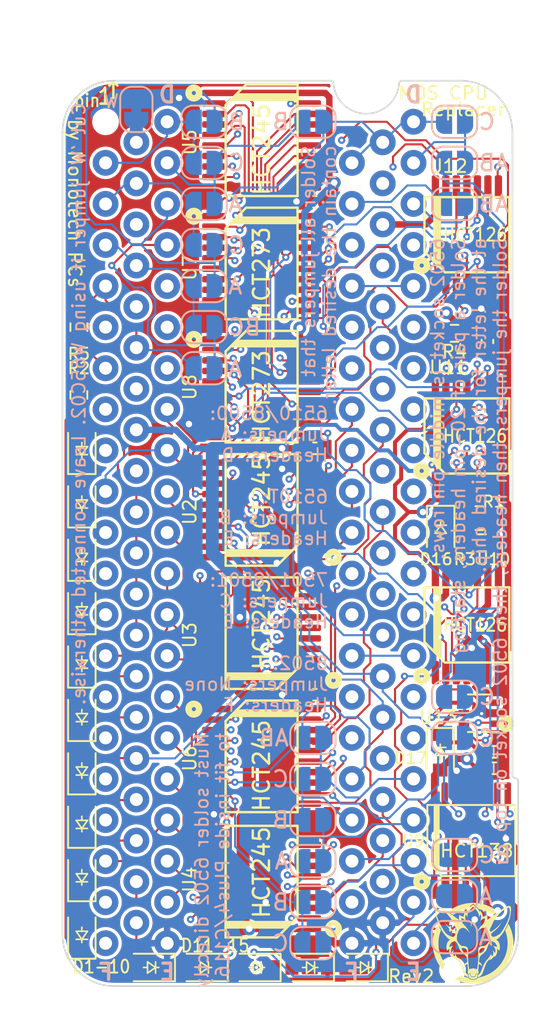
<source format=kicad_pcb>
(kicad_pcb (version 20221018) (generator pcbnew)
  (title_block (rev "2"))
  (layers (0 "F.Cu" signal) (1 "In1.Cu" signal) (2 "In2.Cu" signal) (31 "B.Cu" signal) (34 "B.Paste" user) (35 "F.Paste" user) (36 "B.SilkS" user "B.Silkscreen") (37 "F.SilkS" user "F.Silkscreen") (38 "B.Mask" user) (39 "F.Mask" user) (44 "Edge.Cuts" user))
  (net 0 "")
  (net 1 "VCC")
  (net 2 "GND")
  (net 3 "/PHI0")
  (net 4 "/RDY")
  (net 5 "/A14")
  (net 6 "/~{0000-0001}")
  (net 7 "/A15")
  (net 8 "/~{IRQ}")
  (net 9 "/P5")
  (net 10 "/~{NMI}")
  (net 11 "/P4")
  (net 12 "/P3")
  (net 13 "/A0")
  (net 14 "/P2")
  (net 15 "/A1")
  (net 16 "/P1")
  (net 17 "/A2")
  (net 18 "/P0")
  (net 19 "/A3")
  (net 20 "/D7")
  (net 21 "/A4")
  (net 22 "/D6")
  (net 23 "/A5")
  (net 24 "/D5")
  (net 25 "/A6")
  (net 26 "/D4")
  (net 27 "/A7")
  (net 28 "/D3")
  (net 29 "/A8")
  (net 30 "/D2")
  (net 31 "/A9")
  (net 32 "/D1")
  (net 33 "/A10")
  (net 34 "/D0")
  (net 35 "/A11")
  (net 36 "/~{AEC}")
  (net 37 "/A12")
  (net 38 "/PHI2")
  (net 39 "/A13")
  (net 40 "/~{RW}")
  (net 41 "/P6")
  (net 42 "Net-(JP1-Pad2)")
  (net 43 "/AEC")
  (net 44 "/CA12")
  (net 45 "/CA13")
  (net 46 "/CA14")
  (net 47 "/CA15")
  (net 48 "/CD7")
  (net 49 "/CD6")
  (net 50 "/CD5")
  (net 51 "/CA0")
  (net 52 "/CD4")
  (net 53 "/CA1")
  (net 54 "/CD3")
  (net 55 "/CA2")
  (net 56 "/CD2")
  (net 57 "/CA3")
  (net 58 "/CD1")
  (net 59 "/CA4")
  (net 60 "/CD0")
  (net 61 "/CA5")
  (net 62 "/~{RESET}")
  (net 63 "/CA6")
  (net 64 "/CA7")
  (net 65 "/CA8")
  (net 66 "/CA9")
  (net 67 "/CA10")
  (net 68 "/CA11")
  (net 69 "/P7")
  (net 70 "/DIR0")
  (net 71 "/DIR1")
  (net 72 "/DIR2")
  (net 73 "/DIR3")
  (net 74 "/DIR4")
  (net 75 "/DIR5")
  (net 76 "/DIR6")
  (net 77 "/DIR7")
  (net 78 "/DAT7")
  (net 79 "Net-(R3-Pad2)")
  (net 80 "Net-(R4-Pad2)")
  (net 81 "/DAT0")
  (net 82 "/DAT4")
  (net 83 "/DAT1")
  (net 84 "/DAT5")
  (net 85 "/DAT2")
  (net 86 "/DAT6")
  (net 87 "/DAT3")
  (net 88 "/~{6502RW}")
  (net 89 "/~{0000_RD}")
  (net 90 "/~{0001_RD}")
  (net 91 "/~{0000_WR}")
  (net 92 "/~{0001_WR}")
  (net 93 "Net-(J1-Pad2)")
  (net 94 "Net-(J1-Pad3)")
  (net 95 "Net-(J1-Pad4)")
  (net 96 "Net-(J1-Pad23)")
  (net 97 "Net-(J1-Pad24)")
  (net 98 "Net-(J1-Pad25)")
  (net 99 "Net-(J1-Pad26)")
  (net 100 "Net-(J1-Pad40)")
  (net 101 "Net-(J1-Pad41)")
  (net 102 "/~{8501RW}")
  (net 103 "/~{GATEIN}")
  (net 104 "Net-(C7-Pad1)")
  (net 109 "Net-(U1-Pad39)")
  (footprint "Custom:D_SOD-323" (layer "F.Cu") (at 155.507 129.768 180)
    (fp_text reference "D14")
    (fp_text value "1N4148W")
  )
  (footprint "Custom:D_SOD-323" (layer "F.Cu") (at 163.576 116.459 -90)
    (fp_text reference "D17")
    (fp_text value "1N4148W")
  )
  (footprint "Resistor_SMD:R_0603_1608Metric" (layer "F.Cu") (at 141.224 94.361 90)
    (fp_text reference "R2")
    (fp_text value "10k")
  )
  (footprint "Custom:D_SOD-323" (layer "F.Cu") (at 141.408 107.662 90)
    (fp_text reference "D4")
    (fp_text value "1N4148W")
  )
  (footprint "Custom KiCad Library:TSSOP-20_4.4x6.5mm_P0.65mm" (layer "F.Cu") (at 152.527 86.233)
    (fp_text reference "U7")
    (fp_text value "HCT273")
  )
  (footprint "Resistor_SMD:R_0603_1608Metric" (layer "F.Cu") (at 166.1668 103.505)
    (fp_text reference "R3")
    (fp_text value "10k")
  )
  (footprint "Package_DIP:DIP-40_W15.24mm_Socket" (layer "F.Cu") (at 144.78 78.74)
    (fp_text reference "U1")
    (fp_text value "6502")
  )
  (footprint "Custom:D_SOD-323" (layer "F.Cu") (at 158.843 129.768 180)
    (fp_text reference "D15")
    (fp_text value "1N4148W")
  )
  (footprint "Custom:D_SOD-323" (layer "F.Cu") (at 163.608 102.718 -90)
    (fp_text reference "D16")
    (fp_text value "1N4148W")
  )
  (footprint "Package_TO_SOT_SMD:SOT-363_SC-70-6" (layer "F.Cu") (at 165.989 114.046 180)
    (fp_text reference "U13")
    (fp_text value "LVC1G373")
  )
  (footprint "Custom:D_SOD-323" (layer "F.Cu") (at 148.937 129.768 180)
    (fp_text reference "D12")
    (fp_text value "1N4148W")
  )
  (footprint "Custom KiCad Library:TSSOP-16_4.4x5mm_P0.65mm" (layer "F.Cu") (at 165.481 121.92 90)
    (fp_text reference "U9")
    (fp_text value "HCT138")
  )
  (footprint "Custom:D_SOD-323" (layer "F.Cu") (at 141.408 104.36 90)
    (fp_text reference "D3")
    (fp_text value "1N4148W")
  )
  (footprint "Custom KiCad Library:TSSOP-20_4.4x6.5mm_P0.65mm" (layer "F.Cu") (at 152.527 109.093 180)
    (fp_text reference "U3")
    (fp_text value "HCT245")
  )
  (footprint "Custom KiCad Library:JLC_Tooling_Hole" (layer "F.Cu") (at 142.875 77.47)
    (fp_text reference "REF**")
    (fp_text value "JLC_Tooling_Hole")
  )
  (footprint "Custom:D_SOD-323" (layer "F.Cu") (at 141.408 110.964 90)
    (fp_text reference "D5")
    (fp_text value "1N4148W")
  )
  (footprint "Custom:6510_6510T_8501_Socket" (layer "F.Cu") (at 146.685 77.47)
    (fp_text reference "J1" hide)
    (fp_text value "6510/6510T/8501")
  )
  (footprint "Custom:D_SOD-323" (layer "F.Cu") (at 141.408 101.058 90)
    (fp_text reference "D2")
    (fp_text value "1N4148W")
  )
  (footprint "Custom KiCad Library:TSSOP-14_4.4x5mm_P0.65mm" (layer "F.Cu") (at 165.227 108.585 90)
    (fp_text reference "U10")
    (fp_text value "HCT126")
  )
  (footprint "Custom:D_SOD-323" (layer "F.Cu") (at 141.408 124.172 90)
    (fp_text reference "D9")
    (fp_text value "1N4148W")
  )
  (footprint "Custom KiCad Library:TSSOP-20_4.4x6.5mm_P0.65mm" (layer "F.Cu") (at 152.527 93.853)
    (fp_text reference "U8")
    (fp_text value "HCT273")
  )
  (footprint "Custom KiCad Library:TSSOP-20_4.4x6.5mm_P0.65mm" (layer "F.Cu") (at 152.527 116.713)
    (fp_text reference "U6")
    (fp_text value "HCT245")
  )
  (footprint "Capacitor_SMD:C_0402_1005Metric" (layer "F.Cu") (at 166.497 91.059 -90)
    (fp_text reference "C4")
    (fp_text value "100nF")
  )
  (footprint "LOGO" (layer "F.Cu") (at 165.608 128.27)
    (fp_text reference "LOGO1")
    (fp_text value "LOGO" hide)
  )
  (footprint "Custom:D_SOD-323" (layer "F.Cu") (at 141.408 114.266 90)
    (fp_text reference "D6")
    (fp_text value "1N4148W")
  )
  (footprint "Capacitor_SMD:C_0402_1005Metric" (layer "F.Cu") (at 166.9288 116.4336)
    (fp_text reference "C7")
    (fp_text value "100nF")
  )
  (footprint "Custom KiCad Library:TSSOP-20_4.4x6.5mm_P0.65mm" (layer "F.Cu") (at 152.527 78.613)
    (fp_text reference "U5")
    (fp_text value "HCT245")
  )
  (footprint "Capacitor_SMD:C_0402_1005Metric" (layer "F.Cu") (at 155.829 112.903 180)
    (fp_text reference "C6")
    (fp_text value "100nF")
  )
  (footprint "Custom:D_SOD-323" (layer "F.Cu") (at 141.408 97.756 90)
    (fp_text reference "D1")
    (fp_text value "1N4148W")
  )
  (footprint "Custom:D_SOD-323" (layer "F.Cu") (at 141.408 127.728 90)
    (fp_text reference "D10")
    (fp_text value "1N4148W")
  )
  (footprint "Custom:D_SOD-323" (layer "F.Cu") (at 141.408 117.568 90)
    (fp_text reference "D7")
    (fp_text value "1N4148W")
  )
  (footprint "Custom KiCad Library:TSSOP-14_4.4x5mm_P0.65mm" (layer "F.Cu") (at 165.227 96.901 90)
    (fp_text reference "U11")
    (fp_text value "HCT126")
  )
  (footprint "Capacitor_SMD:C_0402_1005Metric" (layer "F.Cu") (at 155.829 82.423 180)
    (fp_text reference "C1")
    (fp_text value "100nF")
  )
  (footprint "Custom KiCad Library:TSSOP-14_4.4x5mm_P0.65mm" (layer "F.Cu") (at 165.227 84.455 90)
    (fp_text reference "U12")
    (fp_text value "HCT126")
  )
  (footprint "Custom:D_SOD-323" (layer "F.Cu") (at 145.669 129.768 180)
    (fp_text reference "D11")
    (fp_text value "1N4148W")
  )
  (footprint "Resistor_SMD:R_0805_2012Metric" (layer "F.Cu") (at 165.989 101.981)
    (fp_text reference "R1")
    (fp_text value "470")
  )
  (footprint "Custom KiCad Library:JLC_Tooling_Hole" (layer "F.Cu") (at 164.338 129.921)
    (fp_text reference "REF**")
    (fp_text value "JLC_Tooling_Hole")
  )
  (footprint "Custom KiCad Library:TSSOP-20_4.4x6.5mm_P0.65mm" (layer "F.Cu") (at 152.527 101.473 180)
    (fp_text reference "U2")
    (fp_text value "HCT245")
  )
  (footprint "Custom:D_SOD-323" (layer "F.Cu") (at 152.205 129.768 180)
    (fp_text reference "D13")
    (fp_text value "1N4148W")
  )
  (footprint "Capacitor_SMD:C_0402_1005Metric" (layer "F.Cu") (at 166.9288 117.4496)
    (fp_text reference "C2")
    (fp_text value "100nF")
  )
  (footprint "Resistor_SMD:R_0603_1608Metric" (layer "F.Cu") (at 164.465 90.551 180)
    (fp_text reference "R4")
    (fp_text value "10k")
  )
  (footprint "Custom:D_SOD-323" (layer "F.Cu") (at 141.408 120.87 90)
    (fp_text reference "D8")
    (fp_text value "1N4148W")
  )
  (footprint "Capacitor_SMD:C_0402_1005Metric" (layer "F.Cu") (at 163.83 127.381 -90)
    (fp_text reference "C5")
    (fp_text value "100nF")
  )
  (footprint "Package_DIP:DIP-40_W15.24mm_Socket" (layer "F.Cu") (at 142.875 80.01)
    (fp_text reference "J4" hide)
    (fp_text value "8502")
  )
  (footprint "Capacitor_SMD:C_0402_1005Metric" (layer "F.Cu") (at 155.829 97.663)
    (fp_text reference "C3")
    (fp_text value "100nF")
  )
  (footprint "Resistor_SMD:R_0603_1608Metric" (layer "F.Cu") (at 141.224 90.17 90)
    (fp_text reference "R5")
    (fp_text value "10k")
  )
  (footprint "Custom KiCad Library:TSSOP-20_4.4x6.5mm_P0.65mm" (layer "F.Cu") (at 152.527 124.46 180)
    (fp_text reference "U4")
    (fp_text value "HCT245")
  )
  (footprint "Custom:SolderJumper-2_P1.3mm_Open_RoundedPad1.0x1.5mm" (layer "B.Cu") (at 148.971 77.47)
    (fp_text reference "JP10")
    (fp_text value "B")
  )
  (footprint "Custom:SolderJumper-2_P1.3mm_Open_RoundedPad1.0x1.5mm" (layer "B.Cu") (at 155.702 120.65)
    (fp_text reference "JP17")
    (fp_text value "B")
  )
  (footprint "Custom:SolderJumper-2_P1.3mm_Open_RoundedPad1.0x1.5mm" (layer "B.Cu") (at 164.465 77.47)
    (fp_text reference "JP5")
    (fp_text value "C")
  )
  (footprint "Custom:SolderJumper-2_P1.3mm_Open_RoundedPad1.0x1.5mm" (layer "B.Cu") (at 148.971 92.71)
    (fp_text reference "JP14")
    (fp_text value "A")
  )
  (footprint "Custom:SolderJumper-2_P1.3mm_Open_RoundedPad1.0x1.5mm" (layer "B.Cu") (at 155.702 115.57)
    (fp_text reference "JP11")
    (fp_text value "AB")
  )
  (footprint "Custom:SolderJumper-2_P1.3mm_Open_RoundedPad1.0x1.5mm" (layer "B.Cu") (at 155.702 128.27)
    (fp_text reference "JP18")
    (fp_text value "C")
  )
  (footprint "Jumper:SolderJumper-2_P1.3mm_Bridged_RoundedPad1.0x1.5mm" (layer "B.Cu") (at 144.78 76.708 -90)
    (fp_text reference "JP1")
    (fp_text value "Open for W65C02")
  )
  (footprint "Custom:SolderJumper-2_P1.3mm_Open_RoundedPad1.0x1.5mm" (layer "B.Cu") (at 148.971 82.55)
    (fp_text reference "JP2")
    (fp_text value "A")
  )
  (footprint "Custom:SolderJumper-2_P1.3mm_Open_RoundedPad1.0x1.5mm" (layer "B.Cu") (at 164.465 113.03 180)
    (fp_text reference "JP9")
    (fp_text value "C")
  )
  (footprint "Custom:SolderJumper-2_P1.3mm_Open_RoundedPad1.0x1.5mm" (layer "B.Cu") (at 155.702 125.73)
    (fp_text reference "JP20")
    (fp_text value "B")
  )
  (footprint "Custom:SolderJumper-2_P1.3mm_Open_RoundedPad1.0x1.5mm" (layer "B.Cu") (at 164.465 127.889 180)
    (fp_text reference "JP22")
    (fp_text value "A")
  )
  (footprint "Custom:SolderJumper-2_P1.3mm_Open_RoundedPad1.0x1.5mm" (layer "B.Cu") (at 148.971 90.17)
    (fp_text reference "JP16")
    (fp_text value "BC")
  )
  (footprint "Custom:SolderJumper-2_P1.3mm_Open_RoundedPad1.0x1.5mm" (layer "B.Cu") (at 164.465 115.57 180)
    (fp_text reference "JP21")
    (fp_text value "C")
  )
  (footprint "Custom:SolderJumper-2_P1.3mm_Open_RoundedPad1.0x1.5mm" (layer "B.Cu") (at 164.465 125.349)
    (fp_text reference "JP19")
    (fp_text value "A")
  )
  (footprint "Custom:SolderJumper-2_P1.3mm_Open_RoundedPad1.0x1.5mm" (layer "B.Cu") (at 164.465 82.55)
    (fp_text reference "JP7")
    (fp_text value "AB")
  )
  (footprint "Custom:SolderJumper-2_P1.3mm_Open_RoundedPad1.0x1.5mm" (layer "B.Cu") (at 148.971 87.63)
    (fp_text reference "JP8")
    (fp_text value "A")
  )
  (footprint "Custom:SolderJumper-2_P1.3mm_Open_RoundedPad1.0x1.5mm" (layer "B.Cu") (at 155.702 123.19)
    (fp_text reference "JP15")
    (fp_text value "A")
  )
  (footprint "Custom:SolderJumper-2_P1.3mm_Open_RoundedPad1.0x1.5mm" (layer "B.Cu") (at 155.702 77.47 180)
    (fp_text reference "JP4")
    (fp_text value "B")
  )
  (footprint "Custom:SolderJumper-2_P1.3mm_Open_RoundedPad1.0x1.5mm" (layer "B.Cu") (at 164.465 122.809)
    (fp_text reference "JP23")
    (fp_text value "BC")
  )
  (footprint "Custom:SolderJumper-2_P1.3mm_Open_RoundedPad1.0x1.5mm" (layer "B.Cu") (at 148.971 85.09)
    (fp_text reference "JP12")
    (fp_text value "C")
  )
  (footprint "Custom:SolderJumper-2_P1.3mm_Open_RoundedPad1.0x1.5mm" (layer "B.Cu") (at 148.971 80.01)
    (fp_text reference "JP6")
    (fp_text value "C")
  )
  (footprint "Custom:SolderJumper-2_P1.3mm_Open_RoundedPad1.0x1.5mm" (layer "B.Cu") (at 164.465 80.01)
    (fp_text reference "JP3")
    (fp_text value "AB")
  )
  (footprint "Custom:SolderJumper-2_P1.3mm_Open_RoundedPad1.0x1.5mm" (layer "B.Cu") (at 155.702 118.11)
    (fp_text reference "JP13")
    (fp_text value "C")
  )
  (gr_circle (center 156.972 127.381) (end 157.099 127.381) (stroke (width 0.4)) (fill none) (layer "F.SilkS"))
  (gr_circle (center 148.336 75.692) (end 148.463 75.692) (stroke (width 0.4)) (fill none) (layer "F.SilkS"))
  (gr_circle (center 148.336 90.932) (end 148.463 90.932) (stroke (width 0.4)) (fill none) (layer "F.SilkS"))
  (gr_circle (center 148.336 113.792) (end 148.463 113.792) (stroke (width 0.4)) (fill none) (layer "F.SilkS"))
  (gr_circle (center 162.433 99.06) (end 162.56 99.06) (stroke (width 0.4)) (fill none) (layer "F.SilkS"))
  (gr_circle (center 162.433 111.76) (end 162.56 111.76) (stroke (width 0.4)) (fill none) (layer "F.SilkS"))
  (gr_circle (center 148.336 83.312) (end 148.463 83.312) (stroke (width 0.4)) (fill none) (layer "F.SilkS"))
  (gr_line (start 143.3576 74.9808) (end 143.1036 75.2348) (stroke (width 0.15)) (layer "F.SilkS"))
  (gr_circle (center 162.433 124.46) (end 162.56 124.46) (stroke (width 0.4)) (fill none) (layer "F.SilkS"))
  (gr_circle (center 167.64 114.681) (end 167.767 114.681) (stroke (width 0.4)) (fill none) (layer "F.SilkS"))
  (gr_circle (center 156.972 104.394) (end 157.099 104.394) (stroke (width 0.4)) (fill none) (layer "F.SilkS"))
  (gr_line (start 143.3576 75.9968) (end 143.3576 74.9808) (stroke (width 0.15)) (layer "F.SilkS"))
  (gr_circle (center 162.433 86.36) (end 162.56 86.36) (stroke (width 0.4)) (fill none) (layer "F.SilkS"))
  (gr_circle (center 156.972 112.014) (end 157.099 112.014) (stroke (width 0.4)) (fill none) (layer "F.SilkS"))
  (gr_line (start 143.3576 74.9808) (end 143.6116 75.2348) (stroke (width 0.15)) (layer "F.SilkS"))
  (gr_line (start 156.7942 74.93) (end 143.4084 74.93) (stroke (width 0.1)) (layer "Edge.Cuts"))
  (gr_line (start 168.402 127.7176) (end 168.402 118.237) (stroke (width 0.1)) (layer "Edge.Cuts"))
  (gr_arc (start 161.036 75.1078) (mid 159.004 76.969451) (end 156.972 75.1078) (stroke (width 0.1)) (layer "Edge.Cuts"))
  (gr_arc (start 164.846 74.93) (mid 167.109025 75.867375) (end 168.0464 78.1304) (stroke (width 0.1)) (layer "Edge.Cuts"))
  (gr_arc (start 168.2242 118.0592) (mid 168.349924 118.111276) (end 168.402 118.237) (stroke (width 0.1)) (layer "Edge.Cuts"))
  (gr_line (start 140.208 78.1304) (end 140.208 127.7176) (stroke (width 0.1)) (layer "Edge.Cuts"))
  (gr_arc (start 168.2242 118.0592) (mid 168.098476 118.007124) (end 168.0464 117.8814) (stroke (width 0.1)) (layer "Edge.Cuts"))
  (gr_arc (start 143.4084 130.918) (mid 141.145375 129.980625) (end 140.208 127.7176) (stroke (width 0.1)) (layer "Edge.Cuts"))
  (gr_arc (start 140.208 78.1304) (mid 141.145375 75.867375) (end 143.4084 74.93) (stroke (width 0.1)) (layer "Edge.Cuts"))
  (gr_arc (start 156.7942 74.93) (mid 156.919924 74.982076) (end 156.972 75.1078) (stroke (width 0.1)) (layer "Edge.Cuts"))
  (gr_line (start 168.0464 117.8814) (end 168.0464 78.1304) (stroke (width 0.1)) (layer "Edge.Cuts"))
  (gr_arc (start 168.402 127.7176) (mid 167.464625 129.980625) (end 165.2016 130.918) (stroke (width 0.1)) (layer "Edge.Cuts"))
  (gr_arc (start 161.036 75.1078) (mid 161.088076 74.982076) (end 161.2138 74.93) (stroke (width 0.1)) (layer "Edge.Cuts"))
  (gr_line (start 164.846 74.93) (end 161.2138 74.93) (stroke (width 0.1)) (layer "Edge.Cuts"))
  (gr_line (start 143.4084 130.918) (end 165.2016 130.918) (stroke (width 0.1)) (layer "Edge.Cuts"))
  (gr_text "W" (at 143.764 76.2) (layer "B.SilkS") (effects (font (size 0.8 0.8) (thickness 0.12)) (justify left mirror)))
  (gr_text "F" (at 158.115 130.048) (layer "B.SilkS") (effects (font (size 1 1) (thickness 0.2)) (justify mirror)))
  (gr_text "Cut 'W' jumper if using W65C02. Leave connected otherwise." (at 141.224 76.2 90) (layer "B.SilkS") (effects (font (size 0.8 0.8) (thickness 0.12)) (justify left mirror)))
  (gr_text "6502 socket is middle pin rows.\nSolder a pair of 20-pin headers, starting\nat the letter for the desired chip.\nSolder the jumpers, then headers, then 6502 socket on top." (at 165.354 84.582 90) (layer "B.SilkS") (effects (font (size 0.8 0.8) (thickness 0.12)) (justify left mirror)))
  (gr_text "F" (at 142.875 130.048) (layer "B.SilkS") (effects (font (size 1 1) (thickness 0.2)) (justify mirror)))
  (gr_text "E" (at 161.925 130.048) (layer "B.SilkS") (effects (font (size 1 1) (thickness 0.2)) (justify mirror)))
  (gr_text "D" (at 146.685 75.7936) (layer "B.SilkS") (effects (font (size 1 1) (thickness 0.2)) (justify mirror)))
  (gr_text "E" (at 146.685 130.048) (layer "B.SilkS") (effects (font (size 1 1) (thickness 0.2)) (justify mirror)))
  (gr_text "6510/8500:\nJumpers: A\nHeaders: D\n\n6510T:\nJumpers: B\nHeaders: E\n\n7501/8501:\nJumpers: C\nHeaders: E\n\n8502:\nJumpers: None\nHeaders: F" (at 156.718 104.521) (layer "B.SilkS") (effects (font (size 0.8 0.8) (thickness 0.12)) (justify left mirror)))
  (gr_text "Solder all jumpers that\ncontain the desired letter." (at 156.083 78.867 90) (layer "B.SilkS") (effects (font (size 0.8 0.8) (thickness 0.12)) (justify left mirror)))
  (gr_text "D" (at 161.925 75.7936) (layer "B.SilkS") (effects (font (size 1 1) (thickness 0.2)) (justify mirror)))
  (gr_text "Must solder 6502 directly\nto fit inside Plus4/C116." (at 149.479 115.189 90) (layer "B.SilkS") (effects (font (size 0.8 0.8) (thickness 0.12)) (justify left mirror)))
  (gr_text "MOS CPU" (at 160.909 75.692) (layer "F.SilkS") (effects (font (size 0.8 0.8) (thickness 0.12)) (justify left)))
  (gr_text "Replacer" (at 162.306 76.708) (layer "F.SilkS") (effects (font (size 0.8 0.8) (thickness 0.12)) (justify left)))
  (gr_text "by Monotech PCs" (at 140.97 77.216 270) (layer "F.SilkS") (effects (font (size 0.8 0.8) (thickness 0.12)) (justify left)))
  (gr_text "pin" (at 141.732 76.1492) (layer "F.SilkS") (effects (font (size 0.8 0.7) (thickness 0.12))))
  (gr_text "D1-10" (at 140.758 129.718) (layer "F.SilkS") (effects (font (size 0.8 0.7) (thickness 0.12)) (justify left)))
  (gr_text "1" (at 142.8496 75.8952) (layer "F.SilkS") (effects (font (size 1 1))))
  (gr_text "D11-15" (at 149.658 128.418) (layer "F.SilkS") (effects (font (size 0.8 0.7) (thickness 0.12))))
  (gr_text "Rev2" (at 160.274 130.318) (layer "F.SilkS") (effects (font (size 0.8 0.8) (thickness 0.12)) (justify left)))
  (segment (start 151.761 127.385) (end 155.477 127.385) (width 0.4) (layer "F.Cu") (net 1))
  (segment (start 163.277 106.889) (end 163.322 106.934) (width 0.4) (layer "F.Cu") (net 1))
  (segment (start 166.456 124.7825) (end 166.456 121.498) (width 0.4) (layer "F.Cu") (net 1))
  (segment (start 161.584985 101.577485) (end 160.782 100.7745) (width 0.25) (layer "F.Cu") (net 1))
  (segment (start 156.309 112.367) (end 156.309 112.903) (width 0.4) (layer "F.Cu") (net 1))
  (segment (start 165.3418 103.505) (end 165.3418 102.2463) (width 0.4) (layer "F.Cu") (net 1))
  (segment (start 166.456 125.943) (end 166.751 126.238) (width 0.4) (layer "F.Cu") (net 1))
  (segment (start 161.163 98.660531) (end 160.782 98.279531) (width 0.25) (layer "F.Cu") (net 1))
  (segment (start 160.782 97.282) (end 161.544 96.52) (width 0.25) (layer "F.Cu") (net 1))
  (segment (start 160.782 100.7745) (end 160.782 99.930531) (width 0.25) (layer "F.Cu") (net 1))
  (segment (start 156.718 80.9244) (end 156.718 75.946) (width 0.4) (layer "F.Cu") (net 1))
  (segment (start 164.506 121.1355) (end 163.206 119.8355) (width 0.4) (layer "F.Cu") (net 1))
  (segment (start 149.577 127.385) (end 151.761 127.385) (width 0.4) (layer "F.Cu") (net 1))
  (segment (start 166.4488 117.4496) (end 165.8112 117.4496) (width 0.25) (layer "F.Cu") (net 1))
  (segment (start 163.703 106.934) (end 163.322 106.934) (width 0.4) (layer "F.Cu") (net 1))
  (segment (start 156.309 113.4515) (end 156.309 112.903) (width 0.4) (layer "F.Cu") (net 1))
  (segment (start 156.309 82.423) (end 156.309 82.832) (width 0.4) (layer "F.Cu") (net 1))
  (segment (start 166.497 90.579) (end 165.318 90.579) (width 0.4) (layer "F.Cu") (net 1))
  (segment (start 155.96 112.018) (end 156.309 112.367) (width 0.4) (layer "F.Cu") (net 1))
  (segment (start 157.0228 81.2292) (end 156.718 80.9244) (width 0.4) (layer "F.Cu") (net 1))
  (segment (start 166.456 124.7825) (end 166.456 125.943) (width 0.4) (layer "F.Cu") (net 1))
  (segment (start 151.765 113.788) (end 149.577 113.788) (width 0.4) (layer "F.Cu") (net 1))
  (segment (start 165.8112 117.4496) (end 165.227 116.8654) (width 0.25) (layer "F.Cu") (net 1))
  (segment (start 161.584985 101.640985) (end 161.584985 101.577485) (width 0.25) (layer "F.Cu") (net 1))
  (segment (start 164.506 124.7825) (end 164.506 121.1355) (width 0.4) (layer "F.Cu") (net 1))
  (segment (start 155.477 75.688) (end 149.577 75.688) (width 0.4) (layer "F.Cu") (net 1))
  (segment (start 164.506 124.7825) (end 164.506 126.225) (width 0.4) (layer "F.Cu") (net 1))
  (segment (start 153.797 97.663) (end 152.8572 98.6028) (width 0.4) (layer "F.Cu") (net 1))
  (segment (start 162.958 100.868) (end 164.258 100.868) (width 0.25) (layer "F.Cu") (net 1))
  (segment (start 161.62597 101.6) (end 161.584985 101.640985) (width 0.25) (layer "F.Cu") (net 1))
  (segment (start 161.163 99.549531) (end 161.163 98.660531) (width 0.25) (layer "F.Cu") (net 1))
  (segment (start 164.258 100.868) (end 165.0765 101.6865) (width 0.25) (layer "F.Cu") (net 1))
  (segment (start 161.625969 104.14) (end 162.23 104.14) (width 0.25) (layer "F.Cu") (net 1))
  (segment (start 162.508 101.6) (end 161.62597 101.6) (width 0.25) (layer "F.Cu") (net 1))
  (segment (start 163.927 106.71) (end 163.703 106.934) (width 0.4) (layer "F.Cu") (net 1))
  (segment (start 163.576 91.821) (end 164.02 91.821) (width 0.4) (layer "F.Cu") (net 1))
  (segment (start 142.875 92.71) (end 141.224 91.059) (width 0.127) (layer "F.Cu") (net 1))
  (segment (start 156.718 75.946) (end 156.46 75.688) (width 0.4) (layer "F.Cu") (net 1))
  (segment (start 163.277 83.23) (end 163.277 81.505) (width 0.4) (layer "F.Cu") (net 1))
  (segment (start 156.46 75.688) (end 155.477 75.688) (width 0.4) (layer "F.Cu") (net 1))
  (segment (start 151.765 120.142) (end 151.765 113.788) (width 0.8) (layer "F.Cu") (net 1))
  (segment (start 160.782 102.443969) (end 160.782 103.296031) (width 0.25) (layer "F.Cu") (net 1))
  (segment (start 151.765 113.157) (end 151.1808 112.5728) (width 0.8) (layer "F.Cu") (net 1))
  (segment (start 163.206 119.0575) (end 163.206 117.879) (width 0.4) (layer "F.Cu") (net 1))
  (segment (start 161.544 96.52) (end 162.433 96.52) (width 0.25) (layer "F.Cu") (net 1))
  (segment (start 151.765 113.788) (end 151.765 113.157) (width 0.8) (layer "F.Cu") (net 1))
  (segment (start 166.456 121.498) (end 166.0935 121.1355) (width 0.4) (layer "F.Cu") (net 1))
  (segment (start 152.8572 103.9368) (end 152.4 104.394) (width 0.4) (layer "F.Cu") (net 1))
  (segment (start 163.277 95.676) (end 163.277 93.951) (width 0.25) (layer "F.Cu") (net 1))
  (segment (start 151.1808 104.394) (end 151.1808 108.1024) (width 0.4) (layer "F.Cu") (net 1))
  (segment (start 152.015 104.398) (end 149.577 104.398) (width 0.4) (layer "F.Cu") (net 1))
  (segment (start 151.384 127.381) (end 151.384 120.523) (width 0.8) (layer "F.Cu") (net 1))
  (segment (start 157.0736 81.28) (end 157.0228 81.2292) (width 0.4) (layer "F.Cu") (net 1))
  (segment (start 162.508 101.6) (end 162.508 101.318) (width 0.25) (layer "F.Cu") (net 1))
  (segment (start 164.506 126.225) (end 163.83 126.901) (width 0.4) (layer "F.Cu") (net 1))
  (segment (start 163.206 119.8355) (end 163.206 119.0575) (width 0.4) (layer "F.Cu") (net 1))
  (segment (start 160.782 103.296031) (end 161.625969 104.14) (width 0.25) (layer "F.Cu") (net 1))
  (segment (start 166.751 126.238) (end 167.132 126.238) (width 0.4) (layer "F.Cu") (net 1))
  (segment (start 157.0736 81.6584) (end 157.0736 81.28) (width 0.4) (layer "F.Cu") (net 1))
  (segment (start 152.4 104.394) (end 152.019 104.394) (width 0.4) (layer "F.Cu") (net 1))
  (segment (start 154.8892 90.928) (end 155.477 90.928) (width 0.4) (layer "F.Cu") (net 1))
  (segment (start 156.309 82.423) (end 157.0736 81.6584) (width 0.4) (layer "F.Cu") (net 1))
  (segment (start 160.02 83.82) (end 162.687 83.82) (width 0.4) (layer "F.Cu") (net 1))
  (segment (start 166.0935 121.1355) (end 164.506 121.1355) (width 0.4) (layer "F.Cu") (net 1))
  (segment (start 164.2196 116.8654) (end 165.227 116.8654) (width 0.4) (layer "F.Cu") (net 1))
  (segment (start 152.8572 98.6028) (end 152.8572 103.9368) (width 0.4) (layer "F.Cu") (net 1))
  (segment (start 160.782 99.930531) (end 161.163 99.549531) (width 0.25) (layer "F.Cu") (net 1))
  (segment (start 165.227 90.551) (end 163.957 89.281) (width 0.4) (layer "F.Cu") (net 1))
  (segment (start 163.277 93.951) (end 163.277 92.12) (width 0.4) (layer "F.Cu") (net 1))
  (segment (start 163.927 105.635) (end 163.927 106.71) (width 0.4) (layer "F.Cu") (net 1))
  (segment (start 162.687 83.82) (end 163.277 83.23) (width 0.4) (layer "F.Cu") (net 1))
  (segment (start 155.9725 113.788) (end 156.309 113.4515) (width 0.4) (layer "F.Cu") (net 1))
  (segment (start 160.782 98.279531) (end 160.782 97.282) (width 0.25) (layer "F.Cu") (net 1))
  (segment (start 151.1808 112.5728) (end 151.1808 108.1024) (width 0.8) (layer "F.Cu") (net 1))
  (segment (start 163.277 105.635) (end 163.277 106.889) (width 0.4) (layer "F.Cu") (net 1))
  (segment (start 156.309 82.832) (end 155.833 83.308) (width 0.4) (layer "F.Cu") (net 1))
  (segment (start 151.384 120.523) (end 151.765 120.142) (width 0.8) (layer "F.Cu") (net 1))
  (segment (start 162.508 101.318) (end 162.958 100.868) (width 0.25) (layer "F.Cu") (net 1))
  (segment (start 163.576 117.509) (end 164.2196 116.8654) (width 0.4) (layer "F.Cu") (net 1))
  (segment (start 149.577 112.018) (end 155.96 112.018) (width 0.4) (layer "F.Cu") (net 1))
  (segment (start 164.02 91.821) (end 165.29 90.551) (width 0.4) (layer "F.Cu") (net 1))
  (segment (start 162.23 104.14) (end 163.201 105.111) (width 0.25) (layer "F.Cu") (net 1))
  (segment (start 153.797 97.663) (end 155.349 97.663) (width 0.4) (layer "F.Cu") (net 1))
  (segment (start 162.433 96.52) (end 163.277 95.676) (width 0.25) (layer "F.Cu") (net 1))
  (segment (start 163.277 92.12) (end 163.576 91.821) (width 0.4) (layer "F.Cu") (net 1))
  (segment (start 154.8892 90.2208) (end 154.8892 90.928) (width 0.4) (layer "F.Cu") (net 1))
  (segment (start 161.584985 101.640985) (end 160.782 102.443969) (width 0.25) (layer "F.Cu") (net 1))
  (segment (start 163.206 117.879) (end 163.576 117.509) (width 0.4) (layer "F.Cu") (net 1))
  (via (at 151.1808 108.1024) (size 0.8) (drill 0.4) (layers "F.Cu" "B.Cu") (net 1))
  (via (at 154.8892 90.2208) (size 0.8) (drill 0.4) (layers "F.Cu" "B.Cu") (net 1))
  (via (at 162.508 101.6) (size 0.8) (drill 0.4) (layers "F.Cu" "B.Cu") (net 1))
  (via (at 165.227 116.8654) (size 0.8) (drill 0.4) (layers "F.Cu" "B.Cu") (net 1))
  (via (at 163.322 106.934) (size 0.8) (drill 0.4) (layers "F.Cu" "B.Cu") (net 1))
  (via (at 151.761 127.385) (size 0.8) (drill 0.4) (layers "F.Cu" "B.Cu") (net 1))
  (via (at 153.797 97.663) (size 0.8) (drill 0.4) (layers "F.Cu" "B.Cu") (net 1))
  (via (at 167.132 126.238) (size 0.8) (drill 0.4) (layers "F.Cu" "B.Cu") (net 1))
  (via (at 157.0228 81.2292) (size 0.8) (drill 0.4) (layers "F.Cu" "B.Cu") (net 1))
  (via (at 163.957 89.281) (size 0.8) (drill 0.4) (layers "F.Cu" "B.Cu") (net 1))
  (segment (start 155.1804 89.9296) (end 155.1804 83.0716) (width 0.4) (layer "B.Cu") (net 1))
  (segment (start 147.2184 96.52) (end 144.78 96.52) (width 0.4) (layer "B.Cu") (net 1))
  (segment (start 155.1804 83.0716) (end 157.0228 81.2292) (width 0.4) (layer "B.Cu") (net 1))
  (segment (start 161.625969 99.06) (end 160.355969 97.79) (width 0.25) (layer "B.Cu") (net 1))
  (segment (start 155.2448 96.2152) (end 153.797 97.663) (width 0.25) (layer "B.Cu") (net 1))
  (segment (start 159.7152 97.79) (end 158.4452 96.52) (width 0.25) (layer "B.Cu") (net 1))
  (segment (start 163.195 100.913) (end 163.195 99.822) (width 0.25) (layer "B.Cu") (net 1))
  (segment (start 151.1808 108.1024) (end 151.1808 105.8418) (width 0.8) (layer "B.Cu") (net 1))
  (segment (start 149.479 104.14) (end 149.479 97.663) (width 0.8) (layer "B.Cu") (net 1))
  (segment (start 163.195 99.822) (end 162.433 99.06) (width 0.25) (layer "B.Cu") (net 1))
  (segment (start 151.1808 105.8418) (end 149.479 104.14) (width 0.8) (layer "B.Cu") (net 1))
  (segment (start 162.508 101.6) (end 163.195 100.913) (width 0.25) (layer "B.Cu") (net 1))
  (segment (start 157.4292 96.52) (end 157.1244 96.2152) (width 0.25) (layer "B.Cu") (net 1))
  (segment (start 148.3614 97.663) (end 147.2184 96.52) (width 0.4) (layer "B.Cu") (net 1))
  (segment (start 149.479 97.663) (end 148.3614 97.663) (width 0.4) (layer "B.Cu") (net 1))
  (segment (start 157.1244 96.2152) (end 155.2448 96.2152) (width 0.25) (layer "B.Cu") (net 1))
  (segment (start 158.4452 96.52) (end 157.4292 96.52) (width 0.25) (layer "B.Cu") (net 1))
  (segment (start 154.8892 90.2208) (end 155.1804 89.9296) (width 0.4) (layer "B.Cu") (net 1))
  (segment (start 162.433 99.06) (end 161.625969 99.06) (width 0.25) (layer "B.Cu") (net 1))
  (segment (start 153.797 97.663) (end 149.479 97.663) (width 0.8) (layer "B.Cu") (net 1))
  (segment (start 160.355969 97.79) (end 159.7152 97.79) (width 0.25) (layer "B.Cu") (net 1))
  (segment (start 148.213 89.158) (end 148.209 89.154) (width 0.4) (layer "F.Cu") (net 2))
  (segment (start 148.209 93.98) (end 148.209 89.154) (width 0.8) (layer "F.Cu") (net 2))
  (segment (start 165.877 111.535) (end 165.877 112.537) (width 0.25) (layer "F.Cu") (net 2))
  (segment (start 154.7114 82.423) (end 155.349 82.423) (width 0.4) (layer "F.Cu") (net 2))
  (segment (start 167.177 100.502) (end 167.177 99.851) (width 0.4) (layer "F.Cu") (net 2))
  (segment (start 167.756 124.7825) (end 167.756 123.709) (width 0.4) (layer "F.Cu") (net 2))
  (segment (start 155.477 98.548) (end 154.182 98.548) (width 0.4) (layer "F.Cu") (net 2))
  (segment (start 148.209 95.9866) (end 148.209 93.98) (width 0.8) (layer "F.Cu") (net 2))
  (segment (start 148.213 81.538) (end 148.209 81.534) (width 0.4) (layer "F.Cu") (net 2))
  (segment (start 167.177 98.253) (end 167.177 99.851) (width 0.4) (layer "F.Cu") (net 2))
  (segment (start 168.148 125.984) (end 167.756 125.592) (width 0.4) (layer "F.Cu") (net 2))
  (segment (start 168.148 126.746) (end 168.148 125.984) (width 0.4) (layer "F.Cu") (net 2))
  (segment (start 167.177 89.199) (end 167.177 87.405) (width 0.4) (layer "F.Cu") (net 2))
  (segment (start 149.577 119.638) (end 149.577 120.2944) (width 0.4) (layer "F.Cu") (net 2))
  (segment (start 153.797 98.933) (end 153.5684 99.1616) (width 0.4) (layer "F.Cu") (net 2))
  (segment (start 168.021 123.444) (end 168.148 123.317) (width 0.4) (layer "F.Cu") (net 2))
  (segment (start 153.162 121.539) (end 153.162 125.349) (width 0.8) (layer "F.Cu") (net 2))
  (segment (start 167.767 110.109) (end 167.767 101.092) (width 0.4) (layer "F.Cu") (net 2))
  (segment (start 153.166 121.535) (end 153.162 121.539) (width 0.4) (layer "F.Cu") (net 2))
  (segment (start 165.709663 126.80229) (end 165.806 126.705953) (width 0.4) (layer "F.Cu") (net 2))
  (segment (start 155.833 98.548) (end 156.309 98.072) (width 0.4) (layer "F.Cu") (net 2))
  (segment (start 148.209 76.7842) (end 147.4216 75.9968) (width 0.8) (layer "F.Cu") (net 2))
  (segment (start 167.767 89.789) (end 167.177 89.199) (width 0.4) (layer "F.Cu") (net 2))
  (segment (start 167.177 110.699) (end 167.767 110.109) (width 0.4) (layer "F.Cu") (net 2))
  (segment (start 155.477 121.535) (end 153.166 121.535) (width 0.4) (layer "F.Cu") (net 2))
  (segment (start 148.0312 96.1644) (end 148.209 95.9866) (width 0.8) (layer "F.Cu") (net 2))
  (segment (start 153.162 121.539) (end 153.162 113.538) (width 0.8) (layer "F.Cu") (net 2))
  (segment (start 167.1346 118.0338) (end 165.0238 118.0338) (width 0.25) (layer "F.Cu") (net 2))
  (segment (start 167.4088 116.4336) (end 167.4088 117.4496) (width 0.4) (layer "F.Cu") (net 2))
  (segment (start 154.686 82.3976) (end 154.7114 82.423) (width 0.4) (layer "F.Cu") (net 2))
  (segment (start 153.162 113.538) (end 153.797 112.903) (width 0.8) (layer "F.Cu") (net 2))
  (segment (start 167.756 125.592) (end 167.756 124.7825) (width 0.4) (layer "F.Cu") (net 2))
  (segment (start 167.005 89.027) (end 167.177 89.199) (width 0.4) (layer "F.Cu") (net 2))
  (segment (start 154.8852 106.168) (end 153.4668 104.7496) (width 0.4) (layer "F.Cu") (net 2))
  (segment (start 167.756 123.709) (end 168.021 123.444) (width 0.4) (layer "F.Cu") (net 2))
  (segment (start 154.182 98.548) (end 153.797 98.933) (width 0.4) (layer "F.Cu") (net 2))
  (segment (start 149.577 81.538) (end 148.213 81.538) (width 0.4) (layer "F.Cu") (net 2))
  (segment (start 165.806 126.705953) (end 165.806 124.7825) (width 0.4) (layer "F.Cu") (net 2))
  (segment (start 153.5684 104.648) (end 153.4668 104.7496) (width 0.4) (layer "F.Cu") (net 2))
  (segment (start 153.5684 99.1616) (end 153.5684 104.648) (width 0.4) (layer "F.Cu") (net 2))
  (segment (start 167.4088 117.7596) (end 167.1346 118.0338) (width 0.25) (layer "F.Cu") (net 2))
  (segment (start 167.259 127.635) (end 168.148 126.746) (width 0.4) (layer "F.Cu") (net 2))
  (segment (start 165.709663 126.80229) (end 164.650953 127.861) (width 0.4) (layer "F.Cu") (net 2))
  (segment (start 167.767 91.539) (end 167.767 89.789) (width 0.4) (layer "F.Cu") (net 2))
  (segment (start 148.6448 96.778) (end 148.0312 96.1644) (width 0.4) (layer "F.Cu") (net 2))
  (segment (start 165.709663 126.80229) (end 166.542373 127.635) (width 0.4) (layer "F.Cu") (net 2))
  (segment (start 155.477 106.168) (end 154.8852 106.168) (width 0.4) (layer "F.Cu") (net 2))
  (segment (start 167.767 91.539) (end 167.767 97.663) (width 0.4) (layer "F.Cu") (net 2))
  (segment (start 153.162 125.349) (end 152.781 125.73) (width 0.8) (layer "F.Cu") (net 2))
  (segment (start 144.333956 95.123) (end 145.161 95.123) (width 0.127) (layer "F.Cu") (net 2))
  (segment (start 168.148 122.555) (end 168.148 122.301) (width 0.4) (layer "F.Cu") (net 2))
  (segment (start 148.209 81.534) (end 148.209 76.7842) (width 0.8) (layer "F.Cu") (net 2))
  (segment (start 167.177 111.535) (end 167.177 110.699) (width 0.4) (layer "F.Cu") (net 2))
  (segment (start 166.497 91.539) (end 167.767 91.539) (width 0.4) (layer "F.Cu") (net 2))
  (segment (start 168.148 123.317) (end 168.148 122.555) (width 0.4) (layer "F.Cu") (net 2))
  (segment (start 149.577 89.158) (end 148.213 89.158) (width 0.4) (layer "F.Cu") (net 2))
  (segment (start 167.767 101.092) (end 167.177 100.502) (width 0.4) (layer "F.Cu") (net 2))
  (segment (start 146.304 93.98) (end 148.209 93.98) (width 0.127) (layer "F.Cu") (net 2))
  (segment (start 166.116 112.776) (end 166.878 112.776) (width 0.25) (layer "F.Cu") (net 2))
  (segment (start 166.9136 114.0714) (end 166.1414 114.0714) (width 0.25) (layer "F.Cu") (net 2))
  (segment (start 145.161 95.123) (end 146.304 93.98) (width 0.127) (layer "F.Cu") (net 2))
  (segment (start 149.577 96.778) (end 148.6448 96.778) (width 0.4) (layer "F.Cu") (net 2))
  (segment (start 167.4088 117.4496) (end 167.4088 117.7596) (width 0.25) (layer "F.Cu") (net 2))
  (segment (start 168.148 122.301) (end 167.64 121.793) (width 0.4) (layer "F.Cu") (net 2))
  (segment (start 156.309 98.072) (end 156.309 97.663) (width 0.4) (layer "F.Cu") (net 2))
  (segment (start 153.797 112.903) (end 155.349 112.903) (width 0.8) (layer "F.Cu") (net 2))
  (segment (start 141.541 93.853) (end 143.063956 93.853) (width 0.127) (layer "F.Cu") (net 2))
  (segment (start 165.877 111.535) (end 165.877 110.3526) (width 0.4) (layer "F.Cu") (net 2))
  (segment (start 143.063956 93.853) (end 144.333956 95.123) (width 0.127) (layer "F.Cu") (net 2))
  (segment (start 165.877 112.537) (end 166.116 112.776) (width 0.25) (layer "F.Cu") (net 2))
  (segment (start 167.177 112.477) (end 167.177 111.535) (width 0.25) (layer "F.Cu") (net 2))
  (segment (start 167.767 97.663) (end 167.177 98.253) (width 0.4) (layer "F.Cu") (net 2))
  (segment (start 166.878 112.776) (end 167.177 112.477) (width 0.25) (layer "F.Cu") (net 2))
  (segment (start 165.877 110.3526) (end 165.5318 110.0074) (width 0.4) (layer "F.Cu") (net 2))
  (segment (start 166.542373 127.635) (end 167.259 127.635) (width 0.4) (layer "F.Cu") (net 2))
  (segment (start 166.116 89.027) (end 167.005 89.027) (width 0.4) (layer "F.Cu") (net 2))
  (segment (start 148.209 89.154) (end 148.209 81.534) (width 0.8) (layer "F.Cu") (net 2))
  (segment (start 165.0238 118.0338) (end 164.592 117.602) (width 0.25) (layer "F.Cu") (net 2))
  (segment (start 164.650953 127.861) (end 163.83 127.861) (width 0.4) (layer "F.Cu") (net 2))
  (via (at 164.592 117.602) (size 0.8) (drill 0.4) (layers "F.Cu" "B.Cu") (net 2))
  (via (at 165.709663 126.80229) (size 0.8) (drill 0.4) (layers "F.Cu" "B.Cu") (net 2))
  (via (at 154.686 82.3976) (size 0.8) (drill 0.4) (layers "F.Cu" "B.Cu") (net 2))
  (via (at 165.5318 110.0074) (size 0.8) (drill 0.4) (layers "F.Cu" "B.Cu") (net 2))
  (via (at 153.797 112.903) (size 0.8) (drill 0.4) (layers "F.Cu" "B.Cu") (net 2))
  (via (at 166.1414 114.0714) (size 0.45) (drill 0.2) (layers "F.Cu" "B.Cu") (net 2))
  (via (at 153.4668 104.7496) (size 0.8) (drill 0.4) (layers "F.Cu" "B.Cu") (net 2))
  (via (at 147.4216 75.9968) (size 0.8) (drill 0.4) (layers "F.Cu" "B.Cu") (net 2))
  (via (at 149.577 120.2944) (size 0.8) (drill 0.4) (layers "F.Cu" "B.Cu") (net 2))
  (via (at 153.797 98.933) (size 0.8) (drill 0.4) (layers "F.Cu" "B.Cu") (net 2))
  (via (at 167.64 121.793) (size 0.8) (drill 0.4) (layers "F.Cu" "B.Cu") (net 2))
  (via (at 148.0312 96.1644) (size 0.8) (drill 0.4) (layers "F.Cu" "B.Cu") (net 2))
  (via (at 152.781 125.73) (size 0.8) (drill 0.4) (layers "F.Cu" "B.Cu") (net 2))
  (via (at 166.116 89.027) (size 0.8) (drill 0.4) (layers "F.Cu" "B.Cu") (net 2))
  (segment (start 152.781 125.603) (end 152.781 125.73) (width 0.4) (layer "B.Cu") (net 2))
  (segment (start 165.709663 126.80229) (end 165.115 127.396953) (width 0.25) (layer "B.Cu") (net 2))
  (segment (start 149.577 120.2944) (end 149.577 122.399) (width 0.4) (layer "B.Cu") (net 2))
  (segment (start 149.577 122.399) (end 152.781 125.603) (width 0.4) (layer "B.Cu") (net 2))
  (segment (start 144.78 76.058) (end 147.3604 76.058) (width 0.127) (layer "B.Cu") (net 2))
  (segment (start 147.3604 76.058) (end 147.4216 75.9968) (width 0.127) (layer "B.Cu") (net 2))
  (segment (start 146.685 78.359) (end 146.685 77.47) (width 0.127) (layer "B.Cu") (net 3))
  (segment (start 148.321 77.47) (end 148.321 80.01) (width 0.127) (layer "B.Cu") (net 3))
  (segment (start 142.875 80.01) (end 145.034 80.01) (width 0.127) (layer "B.Cu") (net 3))
  (segment (start 145.034 80.01) (end 146.685 78.359) (width 0.127) (layer "B.Cu") (net 3))
  (segment (start 148.321 77.47) (end 146.685 77.47) (width 0.127) (layer "B.Cu") (net 3))
  (segment (start 147.051 81.28) (end 144.78 81.28) (width 0.127) (layer "B.Cu") (net 4))
  (segment (start 148.321 82.55) (end 147.051 81.28) (width 0.127) (layer "B.Cu") (net 4))
  (segment (start 148.321 85.09) (end 148.321 82.55) (width 0.127) (layer "B.Cu") (net 4))
  (segment (start 142.875 82.55) (end 144.145 81.28) (width 0.127) (layer "B.Cu") (net 4))
  (segment (start 149.577 125.435) (end 148.295 125.435) (width 0.127) (layer "F.Cu") (net 5))
  (segment (start 148.295 125.435) (end 148.2852 125.4252) (width 0.127) (layer "F.Cu") (net 5))
  (via (at 148.2852 125.4252) (size 0.45) (drill 0.2) (layers "F.Cu" "B.Cu") (net 5))
  (segment (start 163.815 125.73) (end 161.925 127.62) (width 0.127) (layer "B.Cu") (net 5))
  (segment (start 141.368 128.828) (end 140.462 127.922) (width 0.25) (layer "F.Cu") (net 6))
  (segment (start 162.858 104.299) (end 162.858 103.318) (width 0.127) (layer "F.Cu") (net 6))
  (segment (start 164.282977 107.9155) (end 164.708316 107.9155) (width 0.127) (layer "F.Cu") (net 6))
  (segment (start 141.224 95.186) (end 140.462 95.948) (width 0.25) (layer "F.Cu") (net 6))
  (segment (start 143.108 130.518) (end 146.808 130.518) (width 0.25) (layer "F.Cu") (net 6))
  (segment (start 165.1508 108.1532) (end 165.877 107.427) (width 0.127) (layer "F.Cu") (net 6))
  (segment (start 150.037 130.497) (end 150.058 130.518) (width 0.25) (layer "F.Cu") (net 6))
  (segment (start 140.462 115.316) (end 141.224 115.316) (width 0.25) (layer "F.Cu") (net 6))
  (segment (start 162.941 127.127) (end 163.195 127.381) (width 0.127) (layer "F.Cu") (net 6))
  (segment (start 164.338 127.381) (end 165.156 126.563) (width 0.127) (layer "F.Cu") (net 6))
  (segment (start 146.769 129.768) (end 146.769 130.479) (width 0.25) (layer "F.Cu") (net 6))
  (segment (start 165.877 107.427) (end 165.877 105.635) (width 0.127) (layer "F.Cu") (net 6))
  (segment (start 163.843032 107.475555) (end 164.282977 107.9155) (width 0.127) (layer "F.Cu") (net 6))
  (segment (start 163.127 104.568) (end 162.858 104.299) (width 0.127) (layer "F.Cu") (net 6))
  (segment (start 161.4678 127.127) (end 162.941 127.127) (width 0.127) (layer "F.Cu") (net 6))
  (segment (start 159.193 130.518) (end 159.943 129.768) (width 0.25) (layer "F.Cu") (net 6))
  (segment (start 165.156 122.499) (end 165.735 121.92) (width 0.127) (layer "F.Cu") (net 6))
  (segment (start 163.195 127.381) (end 164.338 127.381) (width 0.127) (layer "F.Cu") (net 6))
  (segment (start 140.462 118.618) (end 141.224 118.618) (width 0.25) (layer "F.Cu") (net 6))
  (segment (start 140.462 112.014) (end 141.224 112.014) (width 0.25) (layer "F.Cu") (net 6))
  (segment (start 140.462 105.41) (end 141.224 105.41) (width 0.25) (layer "F.Cu") (net 6))
  (segment (start 153.308 130.518) (end 156.658 130.518) (width 0.25) (layer "F.Cu") (net 6))
  (segment (start 156.607 129.768) (end 156.607 130.467) (width 0.25) (layer "F.Cu") (net 6))
  (segment (start 162.858 103.318) (end 163.322 102.854) (width 0.127) (layer "F.Cu") (net 6))
  (segment (start 140.462 108.712) (end 141.224 108.712) (width 0.25) (layer "F.Cu") (net 6))
  (segment (start 164.946016 108.1532) (end 165.1508 108.1532) (width 0.127) (layer "F.Cu") (net 6))
  (segment (start 140.462 121.92) (end 141.224 121.92) (width 0.25) (layer "F.Cu") (net 6))
  (segment (start 156.607 130.467) (end 156.658 130.518) (width 0.25) (layer "F.Cu") (net 6))
  (segment (start 153.305 130.515) (end 153.308 130.518) (width 0.25) (layer "F.Cu") (net 6))
  (segment (start 146.808 130.518) (end 150.058 130.518) (width 0.25) (layer "F.Cu") (net 6))
  (segment (start 153.305 129.768) (end 153.305 130.515) (width 0.25) (layer "F.Cu") (net 6))
  (segment (start 165.156 126.563) (end 165.156 124.7825) (width 0.127) (layer "F.Cu") (net 6))
  (segment (start 165.877 105.635) (end 165.877 104.79) (width 0.127) (layer "F.Cu") (net 6))
  (segment (start 160.208 129.987) (end 160.208 128.3868) (width 0.127) (layer "F.Cu") (net 6))
  (segment (start 140.462 98.806) (end 141.224 98.806) (width 0.25) (layer "F.Cu") (net 6))
  (segment (start 140.462 127.922) (end 140.462 125.222) (width 0.25) (layer "F.Cu") (net 6))
  (segment (start 141.418 128.828) (end 143.108 130.518) (width 0.25) (layer "F.Cu") (net 6))
  (segment (start 150.037 129.768) (end 150.037 130.497) (width 0.25) (layer "F.Cu") (net 6))
  (segment (start 140.462 95.948) (end 140.462 125.222) (width 0.25) (layer "F.Cu") (net 6))
  (segment (start 150.058 130.518) (end 153.308 130.518) (width 0.25) (layer "F.Cu") (net 6))
  (segment (start 164.708316 107.9155) (end 164.946016 108.1532) (width 0.127) (layer "F.Cu") (net 6))
  (segment (start 165.877 104.79) (end 165.655 104.568) (width 0.127) (layer "F.Cu") (net 6))
  (segment (start 163.322 102.854) (end 163.322 101.904) (width 0.127) (layer "F.Cu") (net 6))
  (segment (start 140.462 125.222) (end 141.224 125.222) (width 0.25) (layer "F.Cu") (net 6))
  (segment (start 165.156 124.7825) (end 165.156 122.499) (width 0.127) (layer "F.Cu") (net 6))
  (segment (start 140.462 102.108) (end 141.224 102.108) (width 0.25) (layer "F.Cu") (net 6))
  (segment (start 156.658 130.518) (end 159.193 130.518) (width 0.25) (layer "F.Cu") (net 6))
  (segment (start 160.208 128.3868) (end 161.4678 127.127) (width 0.127) (layer "F.Cu") (net 6))
  (segment (start 165.655 104.568) (end 163.127 104.568) (width 0.127) (layer "F.Cu") (net 6))
  (segment (start 146.769 130.479) (end 146.808 130.518) (width 0.25) (layer "F.Cu") (net 6))
  (via (at 165.735 121.92) (size 0.45) (drill 0.2) (layers "F.Cu" "B.Cu") (net 6))
  (via (at 163.843032 107.475555) (size 0.45) (drill 0.2) (layers "F.Cu" "B.Cu") (net 6))
  (segment (start 148.8446 126.085) (end 148.1328 126.7968) (width 0.127) (layer "F.Cu") (net 7))
  (segment (start 149.577 126.085) (end 148.8446 126.085) (width 0.127) (layer "F.Cu") (net 7))
  (via (at 148.1328 126.7968) (size 0.45) (drill 0.2) (layers "F.Cu" "B.Cu") (net 7))
  (via (at 154.1272 124.7648) (size 0.45) (drill 0.2) (layers "F.Cu" "B.Cu") (net 7))
  (segment (start 162.545 121.92) (end 163.815 123.19) (width 0.127) (layer "B.Cu") (net 7))
  (segment (start 155.052 123.19) (end 155.052 124.2464) (width 0.127) (layer "B.Cu") (net 7))
  (segment (start 158.242 123.063) (end 160.401 123.063) (width 0.127) (layer "B.Cu") (net 7))
  (segment (start 155.052 124.2464) (end 154.5336 124.7648) (width 0.127) (layer "B.Cu") (net 7))
  (segment (start 154.5336 124.7648) (end 154.1272 124.7648) (width 0.127) (layer "B.Cu") (net 7))
  (segment (start 161.544 121.92) (end 162.545 121.92) (width 0.127) (layer "B.Cu") (net 7))
  (segment (start 160.401 123.063) (end 161.544 121.92) (width 0.127) (layer "B.Cu") (net 7))
  (segment (start 148.321 87.63) (end 147.2542 86.5632) (width 0.127) (layer "B.Cu") (net 8))
  (segment (start 144.78 86.36) (end 143.51 85.09) (width 0.127) (layer "B.Cu") (net 8))
  (segment (start 147.2542 86.5632) (end 144.9832 86.5632) (width 0.127) (layer "B.Cu") (net 8))
  (segment (start 148.321 87.63) (end 148.321 90.17) (width 0.127) (layer "B.Cu") (net 8))
  (segment (start 167.767 83.82) (end 166.527 85.06) (width 0.127) (layer "F.Cu") (net 9))
  (segment (start 167.767 80.137) (end 167.767 83.82) (width 0.127) (layer "F.Cu") (net 9))
  (segment (start 161.417 78.613) (end 162.687 78.613) (width 0.127) (layer "F.Cu") (net 9))
  (segment (start 163.83 79.756) (end 167.386 79.756) (width 0.127) (layer "F.Cu") (net 9))
  (segment (start 150.6064 117.688) (end 150.622 117.7036) (width 0.127) (layer "F.Cu") (net 9))
  (segment (start 158.623 77.47) (end 160.274 77.47) (width 0.127) (layer "F.Cu") (net 9))
  (segment (start 166.527 85.06) (end 166.527 87.405) (width 0.127) (layer "F.Cu") (net 9))
  (segment (start 160.274 77.47) (end 161.417 78.613) (width 0.127) (layer "F.Cu") (net 9))
  (segment (start 157.48 78.613) (end 158.623 77.47) (width 0.127) (layer "F.Cu") (net 9))
  (segment (start 162.687 78.613) (end 163.83 79.756) (width 0.127) (layer "F.Cu") (net 9))
  (segment (start 167.386 79.756) (end 167.767 80.137) (width 0.127) (layer "F.Cu") (net 9))
  (segment (start 149.577 117.688) (end 150.6064 117.688) (width 0.127) (layer "F.Cu") (net 9))
  (via (at 150.622 117.7036) (size 0.45) (drill 0.2) (layers "F.Cu" "B.Cu") (net 9))
  (via (at 157.48 78.613) (size 0.45) (drill 0.2) (layers "F.Cu" "B.Cu") (net 9))
  (segment (start 155.052 115.57) (end 152.9184 117.7036) (width 0.127) (layer "B.Cu") (net 9))
  (segment (start 159.2072 115.0112) (end 158.496 114.3) (width 0.127) (layer "B.Cu") (net 9))
  (segment (start 158.496 114.3) (end 157.6324 114.3) (width 0.127) (layer "B.Cu") (net 9))
  (segment (start 152.9184 117.7036) (end 150.622 117.7036) (width 0.127) (layer "B.Cu") (net 9))
  (segment (start 155.8036 113.5888) (end 155.052 114.3404) (width 0.127) (layer "B.Cu") (net 9))
  (segment (start 156.9212 113.5888) (end 155.8036 113.5888) (width 0.127) (layer "B.Cu") (net 9))
  (segment (start 158.115 118.11) (end 158.9024 117.3226) (width 0.127) (layer "B.Cu") (net 9))
  (segment (start 159.2072 116.1288) (end 159.2072 115.0112) (width 0.127) (layer "B.Cu") (net 9))
  (segment (start 158.9024 117.3226) (end 158.9024 116.4336) (width 0.127) (layer "B.Cu") (net 9))
  (segment (start 157.6324 114.3) (end 156.9212 113.5888) (width 0.127) (layer "B.Cu") (net 9))
  (segment (start 155.052 114.3404) (end 155.052 115.57) (width 0.127) (layer "B.Cu") (net 9))
  (segment (start 158.9024 116.4336) (end 159.2072 116.1288) (width 0.127) (layer "B.Cu") (net 9))
  (segment (start 142.875 88.519) (end 142.875 87.63) (width 0.127) (layer "F.Cu") (net 10))
  (segment (start 144.78 91.44) (end 144.78 90.424) (width 0.127) (layer "F.Cu") (net 10))
  (segment (start 141.224 89.281) (end 142.875 87.63) (width 0.127) (layer "F.Cu") (net 10))
  (segment (start 144.78 90.424) (end 142.875 88.519) (width 0.127) (layer "F.Cu") (net 10))
  (segment (start 148.321 92.71) (end 147.2034 91.5924) (width 0.127) (layer "B.Cu") (net 10))
  (segment (start 147.2034 91.5924) (end 144.9324 91.5924) (width 0.127) (layer "B.Cu") (net 10))
  (segment (start 150.8708 117.038) (end 150.876 117.0432) (width 0.127) (layer "F.Cu") (net 11))
  (segment (start 149.577 117.038) (end 150.8708 117.038) (width 0.127) (layer "F.Cu") (net 11))
  (segment (start 164.577 87.405) (end 164.577 88.631) (width 0.127) (layer "F.Cu") (net 11))
  (segment (start 164.577 88.631) (end 165.1 89.154) (width 0.127) (layer "F.Cu") (net 11))
  (via (at 165.1 89.154) (size 0.45) (drill 0.2) (layers "F.Cu" "B.Cu") (net 11))
  (via (at 150.876 117.0432) (size 0.45) (drill 0.2) (layers "F.Cu" "B.Cu") (net 11))
  (segment (start 165.481 95.123) (end 165.989 95.123) (width 0.127) (layer "F.Cu") (net 12))
  (segment (start 165.227 93.951) (end 165.227 94.869) (width 0.127) (layer "F.Cu") (net 12))
  (segment (start 150.6347 116.3852) (end 149.5798 116.3852) (width 0.127) (layer "F.Cu") (net 12))
  (segment (start 165.227 94.869) (end 165.481 95.123) (width 0.127) (layer "F.Cu") (net 12))
  (via (at 165.989 95.123) (size 0.45) (drill 0.2) (layers "F.Cu" "B.Cu") (net 12))
  (via (at 150.6347 116.3852) (size 0.45) (drill 0.2) (layers "F.Cu" "B.Cu") (net 12))
  (segment (start 148.967 106.168) (end 148.717 105.918) (width 0.127) (layer "F.Cu") (net 13))
  (segment (start 148.717 105.918) (end 148.717 105.537) (width 0.127) (layer "F.Cu") (net 13))
  (via (at 148.717 105.537) (size 0.45) (drill 0.2) (layers "F.Cu" "B.Cu") (net 13))
  (segment (start 166.116 95.758) (end 166.497 95.758) (width 0.127) (layer "F.Cu") (net 14))
  (segment (start 166.497 95.758) (end 167.177 95.078) (width 0.127) (layer "F.Cu") (net 14))
  (segment (start 167.177 95.078) (end 167.177 93.951) (width 0.127) (layer "F.Cu") (net 14))
  (segment (start 149.577 115.738) (end 150.876 115.738) (width 0.127) (layer "F.Cu") (net 14))
  (via (at 150.876 115.738) (size 0.45) (drill 0.2) (layers "F.Cu" "B.Cu") (net 14))
  (via (at 166.116 95.758) (size 0.45) (drill 0.2) (layers "F.Cu" "B.Cu") (net 14))
  (segment (start 161.925 110.49) (end 158.115 110.49) (width 0.127) (layer "B.Cu") (net 14))
  (segment (start 148.59 104.648) (end 149.225 105.283) (width 0.127) (layer "F.Cu") (net 15))
  (segment (start 147.9804 100.8888) (end 148.59 101.4984) (width 0.127) (layer "F.Cu") (net 15))
  (segment (start 150.611 106.818) (end 149.577 106.818) (width 0.127) (layer "F.Cu") (net 15))
  (segment (start 146.685 95.25) (end 146.685 95.9866) (width 0.127) (layer "F.Cu") (net 15))
  (segment (start 148.59 101.4984) (end 148.59 104.648) (width 0.127) (layer "F.Cu") (net 15))
  (segment (start 146.685 95.9866) (end 147.9804 97.282) (width 0.127) (layer "F.Cu") (net 15))
  (segment (start 149.225 105.283) (end 150.495 105.283) (width 0.127) (layer "F.Cu") (net 15))
  (segment (start 150.749 106.68) (end 150.611 106.818) (width 0.127) (layer "F.Cu") (net 15))
  (segment (start 150.749 105.537) (end 150.749 106.68) (width 0.127) (layer "F.Cu") (net 15))
  (segment (start 150.495 105.283) (end 150.749 105.537) (width 0.127) (layer "F.Cu") (net 15))
  (segment (start 147.9804 97.282) (end 147.9804 100.8888) (width 0.127) (layer "F.Cu") (net 15))
  (segment (start 166.527 98.201) (end 165.989 97.663) (width 0.127) (layer "F.Cu") (net 16))
  (segment (start 166.527 99.851) (end 166.527 98.201) (width 0.127) (layer "F.Cu") (net 16))
  (segment (start 150.6347 115.0725) (end 149.5925 115.0725) (width 0.127) (layer "F.Cu") (net 16))
  (via (at 150.6347 115.0725) (size 0.45) (drill 0.2) (layers "F.Cu" "B.Cu") (net 16))
  (via (at 165.989 97.663) (size 0.45) (drill 0.2) (layers "F.Cu" "B.Cu") (net 16))
  (segment (start 146.685 97.79) (end 147.7264 98.8314) (width 0.127) (layer "F.Cu") (net 17))
  (segment (start 148.616 107.468) (end 149.577 107.468) (width 0.127) (layer "F.Cu") (net 17))
  (segment (start 147.7264 101.2444) (end 148.209 101.727) (width 0.127) (layer "F.Cu") (net 17))
  (segment (start 148.209 101.727) (end 148.209 106.045) (width 0.127) (layer "F.Cu") (net 17))
  (segment (start 147.7264 98.8314) (end 147.7264 101.2444) (width 0.127) (layer "F.Cu") (net 17))
  (segment (start 148.5418 107.3938) (end 148.616 107.468) (width 0.127) (layer "F.Cu") (net 17))
  (segment (start 148.209 106.045) (end 148.5418 106.3778) (width 0.127) (layer "F.Cu") (net 17))
  (segment (start 148.5418 106.3778) (end 148.5418 107.3938) (width 0.127) (layer "F.Cu") (net 17))
  (segment (start 146.685 97.79) (end 144.4242 97.79) (width 0.127) (layer "B.Cu") (net 17))
  (segment (start 142.875 99.3392) (end 142.875 100.33) (width 0.127) (layer "B.Cu") (net 17))
  (segment (start 144.4242 97.79) (end 142.875 99.3392) (width 0.127) (layer "B.Cu") (net 17))
  (segment (start 164.577 98.567) (end 164.592 98.552) (width 0.127) (layer "F.Cu") (net 18))
  (segment (start 164.577 99.851) (end 164.577 98.567) (width 0.127) (layer "F.Cu") (net 18))
  (segment (start 149.577 114.438) (end 150.8959 114.438) (width 0.127) (layer "F.Cu") (net 18))
  (segment (start 150.8959 114.438) (end 150.9268 114.4071) (width 0.127) (layer "F.Cu") (net 18))
  (via (at 150.9268 114.4071) (size 0.45) (drill 0.2) (layers "F.Cu" "B.Cu") (net 18))
  (via (at 164.592 98.552) (size 0.45) (drill 0.2) (layers "F.Cu" "B.Cu") (net 18))
  (segment (start 148.631 108.118) (end 149.577 108.118) (width 0.127) (layer "F.Cu") (net 19))
  (segment (start 147.955 106.426) (end 148.28829 106.75929) (width 0.127) (layer "F.Cu") (net 19))
  (segment (start 148.28829 107.77529) (end 148.631 108.118) (width 0.127) (layer "F.Cu") (net 19))
  (segment (start 148.28829 106.75929) (end 148.28829 107.77529) (width 0.127) (layer "F.Cu") (net 19))
  (segment (start 147.955 102.108) (end 147.955 106.426) (width 0.127) (layer "F.Cu") (net 19))
  (segment (start 146.685 100.838) (end 147.955 102.108) (width 0.127) (layer "F.Cu") (net 19))
  (segment (start 158.115 102.87) (end 157.237 103.748) (width 0.127) (layer "F.Cu") (net 20))
  (segment (start 157.237 103.748) (end 155.477 103.748) (width 0.127) (layer "F.Cu") (net 20))
  (segment (start 148.03478 107.14078) (end 148.03478 108.28378) (width 0.127) (layer "F.Cu") (net 21))
  (segment (start 148.03478 108.28378) (end 148.519 108.768) (width 0.127) (layer "F.Cu") (net 21))
  (segment (start 147.701 103.886) (end 147.701 106.807) (width 0.127) (layer "F.Cu") (net 21))
  (segment (start 146.685 102.87) (end 147.701 103.886) (width 0.127) (layer "F.Cu") (net 21))
  (segment (start 147.701 106.807) (end 148.03478 107.14078) (width 0.127) (layer "F.Cu") (net 21))
  (segment (start 148.519 108.768) (end 149.577 108.768) (width 0.127) (layer "F.Cu") (net 21))
  (segment (start 156.3378 103.098) (end 155.477 103.098) (width 0.127) (layer "F.Cu") (net 22))
  (segment (start 158.115 100.33) (end 158.115 101.3208) (width 0.127) (layer "F.Cu") (net 22))
  (segment (start 158.115 101.3208) (end 156.3378 103.098) (width 0.127) (layer "F.Cu") (net 22))
  (segment (start 147.7772 107.493) (end 147.7772 108.6612) (width 0.127) (layer "F.Cu") (net 23))
  (segment (start 148.534 109.418) (end 149.577 109.418) (width 0.127) (layer "F.Cu") (net 23))
  (segment (start 146.685 105.41) (end 146.685 106.4008) (width 0.127) (layer "F.Cu") (net 23))
  (segment (start 146.685 106.4008) (end 147.7772 107.493) (width 0.127) (layer "F.Cu") (net 23))
  (segment (start 147.7772 108.6612) (end 148.534 109.418) (width 0.127) (layer "F.Cu") (net 23))
  (segment (start 156.378 102.448) (end 157.0736 101.7524) (width 0.127) (layer "F.Cu") (net 24))
  (segment (start 155.477 102.448) (end 156.378 102.448) (width 0.127) (layer "F.Cu") (net 24))
  (segment (start 157.0736 99.8222) (end 158.115 98.7808) (width 0.127) (layer "F.Cu") (net 24))
  (segment (start 157.0736 101.7524) (end 157.0736 99.8222) (width 0.127) (layer "F.Cu") (net 24))
  (segment (start 158.115 98.7808) (end 158.115 97.79) (width 0.127) (layer "F.Cu") (net 24))
  (segment (start 146.685 108.839) (end 146.685 107.95) (width 0.127) (layer "F.Cu") (net 25))
  (segment (start 142.875 110.49) (end 145.034 110.49) (width 0.127) (layer "F.Cu") (net 25))
  (segment (start 149.577 110.068) (end 148.549 110.068) (width 0.127) (layer "F.Cu") (net 25))
  (segment (start 148.549 110.068) (end 146.685 108.204) (width 0.127) (layer "F.Cu") (net 25))
  (segment (start 145.034 110.49) (end 146.685 108.839) (width 0.127) (layer "F.Cu") (net 25))
  (segment (start 156.4184 101.798) (end 156.8196 101.3968) (width 0.127) (layer "F.Cu") (net 26))
  (segment (start 156.8196 101.3968) (end 156.8196 99.3651) (width 0.127) (layer "F.Cu") (net 26))
  (segment (start 157.1196 97.2362) (end 158.115 96.2408) (width 0.127) (layer "F.Cu") (net 26))
  (segment (start 155.477 101.798) (end 156.4184 101.798) (width 0.127) (layer "F.Cu") (net 26))
  (segment (start 156.8196 99.3651) (end 157.1196 99.0651) (width 0.127) (layer "F.Cu") (net 26))
  (segment (start 157.1196 99.0651) (end 157.1196 97.2362) (width 0.127) (layer "F.Cu") (net 26))
  (segment (start 158.115 96.2408) (end 158.115 95.25) (width 0.127) (layer "F.Cu") (net 26))
  (segment (start 149.577 110.718) (end 146.913 110.718) (width 0.127) (layer "F.Cu") (net 27))
  (segment (start 155.477 101.148) (end 156.408 101.148) (width 0.127) (layer "F.Cu") (net 28))
  (segment (start 156.5148 98.891) (end 156.6672 98.7386) (width 0.127) (layer "F.Cu") (net 28))
  (segment (start 156.5148 101.0412) (end 156.5148 98.891) (width 0.127) (layer "F.Cu") (net 28))
  (segment (start 156.408 101.148) (end 156.5148 101.0412) (width 0.127) (layer "F.Cu") (net 28))
  (via (at 156.6672 98.7386) (size 0.45) (drill 0.2) (layers "F.Cu" "B.Cu") (net 28))
  (segment (start 148.713 121.535) (end 149.577 121.535) (width 0.127) (layer "F.Cu") (net 29))
  (segment (start 148.209 121.031) (end 148.713 121.535) (width 0.127) (layer "F.Cu") (net 29))
  (segment (start 148.209 114.554) (end 148.209 121.031) (width 0.127) (layer "F.Cu") (net 29))
  (segment (start 146.685 113.03) (end 148.209 114.554) (width 0.127) (layer "F.Cu") (net 29))
  (segment (start 154.8736 100.498) (end 154.2288 101.1428) (width 0.127) (layer "F.Cu") (net 30))
  (via (at 154.2288 101.1428) (size 0.45) (drill 0.2) (layers "F.Cu" "B.Cu") (net 30))
  (segment (start 147.955 116.84) (end 147.955 121.412) (width 0.127) (layer "F.Cu") (net 31))
  (segment (start 148.728 122.185) (end 149.577 122.185) (width 0.127) (layer "F.Cu") (net 31))
  (segment (start 147.955 121.412) (end 148.728 122.185) (width 0.127) (layer "F.Cu") (net 31))
  (segment (start 146.685 115.57) (end 147.955 116.84) (width 0.127) (layer "F.Cu") (net 31))
  (segment (start 154.7108 99.848) (end 154.2288 100.33) (width 0.127) (layer "F.Cu") (net 32))
  (segment (start 155.477 99.848) (end 154.7108 99.848) (width 0.127) (layer "F.Cu") (net 32))
  (via (at 154.2288 100.33) (size 0.45) (drill 0.2) (layers "F.Cu" "B.Cu") (net 32))
  (segment (start 161.925 87.63) (end 158.115 87.63) (width 0.127) (layer "B.Cu") (net 32))
  (segment (start 148.743 122.835) (end 149.577 122.835) (width 0.127) (layer "F.Cu") (net 33))
  (segment (start 147.701 119.126) (end 147.701 121.793) (width 0.127) (layer "F.Cu") (net 33))
  (segment (start 146.685 118.11) (end 147.701 119.126) (width 0.127) (layer "F.Cu") (net 33))
  (segment (start 147.701 121.793) (end 148.743 122.835) (width 0.127) (layer "F.Cu") (net 33))
  (segment (start 154.5988 99.198) (end 154.2288 99.568) (width 0.127) (layer "F.Cu") (net 34))
  (segment (start 155.477 99.198) (end 154.5988 99.198) (width 0.127) (layer "F.Cu") (net 34))
  (via (at 154.2288 99.568) (size 0.45) (drill 0.2) (layers "F.Cu" "B.Cu") (net 34))
  (segment (start 149.577 123.485) (end 148.758 123.485) (width 0.127) (layer "F.Cu") (net 35))
  (segment (start 145.086 123.19) (end 146.008 122.268) (width 0.127) (layer "F.Cu") (net 35))
  (segment (start 142.875 123.19) (end 145.086 123.19) (width 0.127) (layer "F.Cu") (net 35))
  (segment (start 147.408 122.135) (end 147.408 121.373) (width 0.127) (layer "F.Cu") (net 35))
  (segment (start 148.758 123.485) (end 147.408 122.135) (width 0.127) (layer "F.Cu") (net 35))
  (segment (start 146.008 122.268) (end 146.008 121.327) (width 0.127) (layer "F.Cu") (net 35))
  (segment (start 146.008 121.327) (end 146.685 120.65) (width 0.127) (layer "F.Cu") (net 35))
  (segment (start 147.408 121.373) (end 146.685 120.65) (width 0.127) (layer "F.Cu") (net 35))
  (segment (start 164.719 110.109) (end 164.719 109.093) (width 0.127) (layer "F.Cu") (net 36))
  (segment (start 163.277 111.535) (end 163.277 110.1645) (width 0.127) (layer "F.Cu") (net 36))
  (segment (start 163.9915 108.1695) (end 164.603106 108.1695) (width 0.127) (layer "F.Cu") (net 36))
  (segment (start 164.846 108.412394) (end 164.846 108.966) (width 0.127) (layer "F.Cu") (net 36))
  (segment (start 165.227 110.617) (end 164.719 110.109) (width 0.127) (layer "F.Cu") (net 36))
  (segment (start 162.941 109.8285) (end 162.941 109.22) (width 0.127) (layer "F.Cu") (net 36))
  (segment (start 165.227 111.535) (end 165.227 110.617) (width 0.127) (layer "F.Cu") (net 36))
  (segment (start 164.846 108.966) (end 164.719 109.093) (width 0.127) (layer "F.Cu") (net 36))
  (segment (start 162.941 109.22) (end 163.9915 108.1695) (width 0.127) (layer "F.Cu") (net 36))
  (segment (start 163.277 110.1645) (end 162.941 109.8285) (width 0.127) (layer "F.Cu") (net 36))
  (segment (start 164.603106 108.1695) (end 164.846 108.412394) (width 0.127) (layer "F.Cu") (net 36))
  (via (at 164.719 109.093) (size 0.45) (drill 0.2) (layers "F.Cu" "B.Cu") (net 36))
  (segment (start 147.63 124.135) (end 146.685 123.19) (width 0.127) (layer "F.Cu") (net 37))
  (segment (start 149.577 124.135) (end 147.63 124.135) (width 0.127) (layer "F.Cu") (net 37))
  (segment (start 165.227 106.6011) (end 165.354 106.7281) (width 0.127) (layer "F.Cu") (net 38))
  (segment (start 165.227 105.635) (end 165.227 106.6011) (width 0.127) (layer "F.Cu") (net 38))
  (via (at 165.354 106.7281) (size 0.45) (drill 0.2) (layers "F.Cu" "B.Cu") (net 38))
  (segment (start 167.513 104.5691) (end 165.354 106.7281) (width 0.127) (layer "B.Cu") (net 38))
  (segment (start 163.815 80.01) (end 163.815 81.011) (width 0.127) (layer "B.Cu") (net 38))
  (segment (start 164.084 81.28) (end 165.608 81.28) (width 0.127) (layer "B.Cu") (net 38))
  (segment (start 167.513 83.82) (end 167.513 104.5691) (width 0.127) (layer "B.Cu") (net 38))
  (segment (start 163.815 81.011) (end 164.084 81.28) (width 0.127) (layer "B.Cu") (net 38))
  (segment (start 166.497 82.804) (end 167.513 83.82) (width 0.127) (layer "B.Cu") (net 38))
  (segment (start 166.497 82.169) (end 166.497 82.804) (width 0.127) (layer "B.Cu") (net 38))
  (segment (start 165.608 81.28) (end 166.497 82.169) (width 0.127) (layer "B.Cu") (net 38))
  (segment (start 147.63 124.785) (end 146.685 125.73) (width 0.127) (layer "F.Cu") (net 39))
  (segment (start 149.577 124.785) (end 147.63 124.785) (width 0.127) (layer "F.Cu") (net 39))
  (segment (start 164.577 110.602) (end 164.577 111.535) (width 0.127) (layer "F.Cu") (net 40))
  (segment (start 164.3035 108.7125) (end 164.3035 110.3285) (width 0.127) (layer "F.Cu") (net 40))
  (segment (start 164.431 108.585) (end 164.3035 108.7125) (width 0.127) (layer "F.Cu") (net 40))
  (segment (start 164.3035 110.3285) (end 164.577 110.602) (width 0.127) (layer "F.Cu") (net 40))
  (via (at 164.431 108.585) (size 0.45) (drill 0.2) (layers "F.Cu" "B.Cu") (net 40))
  (segment (start 161.544 81.407) (end 160.528 82.423) (width 0.127) (layer "B.Cu") (net 40))
  (segment (start 160.528 82.423) (end 158.242 82.423) (width 0.127) (layer "B.Cu") (net 40))
  (segment (start 162.672 81.407) (end 163.815 82.55) (width 0.127) (layer "B.Cu") (net 40))
  (segment (start 161.544 81.407) (end 162.672 81.407) (width 0.127) (layer "B.Cu") (net 40))
  (segment (start 150.8512 118.338) (end 150.876 118.3132) (width 0.127) (layer "F.Cu") (net 41))
  (segment (start 149.577 118.338) (end 150.8512 118.338) (width 0.127) (layer "F.Cu") (net 41))
  (segment (start 167.132 80.264) (end 167.132 81.46) (width 0.127) (layer "F.Cu") (net 41))
  (via (at 167.132 80.264) (size 0.45) (drill 0.2) (layers "F.Cu" "B.Cu") (net 41))
  (via (at 150.876 118.3132) (size 0.45) (drill 0.2) (layers "F.Cu" "B.Cu") (net 41))
  (segment (start 155.052 119.268) (end 156.352 119.268) (width 0.127) (layer "B.Cu") (net 41))
  (segment (start 155.052 118.1375) (end 155.052 120.65) (width 0.127) (layer "B.Cu") (net 41))
  (segment (start 154.8763 118.3132) (end 150.876 118.3132) (width 0.127) (layer "B.Cu") (net 41))
  (segment (start 156.352 119.268) (end 157.734 120.65) (width 0.127) (layer "B.Cu") (net 41))
  (segment (start 144.78 77.358) (end 144.78 78.74) (width 0.8) (layer "B.Cu") (net 42))
  (segment (start 166.527 105.635) (end 166.527 104.678) (width 0.127) (layer "F.Cu") (net 43))
  (segment (start 148.6264 111.368) (end 149.577 111.368) (width 0.127) (layer "F.Cu") (net 43))
  (segment (start 164.403 104.013) (end 163.669 104.013) (width 0.127) (layer "F.Cu") (net 43))
  (segment (start 166.527 107.359354) (end 166.527 105.635) (width 0.4) (layer "F.Cu") (net 43))
  (segment (start 149.577 126.735) (end 150.5314 126.735) (width 0.127) (layer "F.Cu") (net 43))
  (segment (start 148.463 120.269) (end 148.463 111.5314) (width 0.127) (layer "F.Cu") (net 43))
  (segment (start 166.116 104.267) (end 164.657 104.267) (width 0.127) (layer "F.Cu") (net 43))
  (segment (start 150.368 120.777) (end 150.1394 121.0056) (width 0.127) (layer "F.Cu") (net 43))
  (segment (start 150.622 121.031) (end 150.368 120.777) (width 0.127) (layer "F.Cu") (net 43))
  (segment (start 165.564 108.322354) (end 166.527 107.359354) (width 0.4) (layer "F.Cu") (net 43))
  (segment (start 165.7858 115.7224) (end 165.039 114.9756) (width 0.127) (layer "F.Cu") (net 43))
  (segment (start 164.657 104.267) (end 164.403 104.013) (width 0.127) (layer "F.Cu") (net 43))
  (segment (start 166.527 111.535) (end 166.527 109.885) (width 0.4) (layer "F.Cu") (net 43))
  (segment (start 166.116 102.94525) (end 166.9015 102.15975) (width 0.127) (layer "F.Cu") (net 43))
  (segment (start 166.37 115.7224) (end 165.7858 115.7224) (width 0.127) (layer "F.Cu") (net 43))
  (segment (start 165.039 114.9756) (end 165.039 114.696) (width 0.127) (layer "F.Cu") (net 43))
  (segment (start 150.622 126.6444) (end 150.622 121.031) (width 0.127) (layer "F.Cu") (net 43))
  (segment (start 148.463 111.5314) (end 148.6264 111.368) (width 0.127) (layer "F.Cu") (net 43))
  (segment (start 150.5314 126.735) (end 150.622 126.6444) (width 0.127) (layer "F.Cu") (net 43))
  (segment (start 166.116 104.267) (end 166.116 102.94525) (width 0.127) (layer "F.Cu") (net 43))
  (segment (start 166.527 104.678) (end 166.116 104.267) (width 0.127) (layer "F.Cu") (net 43))
  (segment (start 149.1996 121.0056) (end 148.463 120.269) (width 0.127) (layer "F.Cu") (net 43))
  (segment (start 150.1394 121.0056) (end 149.1996 121.0056) (width 0.127) (layer "F.Cu") (net 43))
  (segment (start 165.564 108.922) (end 165.564 108.322354) (width 0.4) (layer "F.Cu") (net 43))
  (segment (start 166.527 109.885) (end 165.564 108.922) (width 0.4) (layer "F.Cu") (net 43))
  (via (at 150.368 120.777) (size 0.45) (drill 0.2) (layers "F.Cu" "B.Cu") (net 43))
  (via (at 166.37 115.7224) (size 0.45) (drill 0.2) (layers "F.Cu" "B.Cu") (net 43))
  (via (at 166.2684 109.601) (size 0.45) (drill 0.2) (layers "F.Cu" "B.Cu") (net 43))
  (segment (start 166.37 115.7224) (end 166.6748 115.4176) (width 0.127) (layer "B.Cu") (net 43))
  (segment (start 166.6748 110.0074) (end 166.2684 109.601) (width 0.127) (layer "B.Cu") (net 43))
  (segment (start 166.6748 115.4176) (end 166.6748 110.0074) (width 0.127) (layer "B.Cu") (net 43))
  (segment (start 148.708 128.868) (end 147.837 129.739) (width 0.127) (layer "F.Cu") (net 44))
  (segment (start 150.558 128.868) (end 148.708 128.868) (width 0.127) (layer "F.Cu") (net 44))
  (segment (start 155.477 124.785) (end 156.4946 124.785) (width 0.127) (layer "F.Cu") (net 44))
  (segment (start 156.4946 124.785) (end 156.8196 124.46) (width 0.127) (layer "F.Cu") (net 44))
  (via (at 150.558 128.868) (size 0.45) (drill 0.2) (layers "F.Cu" "B.Cu") (net 44))
  (via (at 156.8196 124.46) (size 0.45) (drill 0.2) (layers "F.Cu" "B.Cu") (net 44))
  (segment (start 152.208 129.768) (end 151.105 129.768) (width 0.127) (layer "F.Cu") (net 45))
  (segment (start 160.02 122.9108) (end 160.02 121.92) (width 0.127) (layer "F.Cu") (net 45))
  (segment (start 155.477 125.435) (end 156.8261 125.435) (width 0.127) (layer "F.Cu") (net 45))
  (segment (start 158.5509 124.3799) (end 160.02 122.9108) (width 0.127) (layer "F.Cu") (net 45))
  (segment (start 156.8261 125.435) (end 157.8812 124.3799) (width 0.127) (layer "F.Cu") (net 45))
  (segment (start 157.8812 124.3799) (end 158.5509 124.3799) (width 0.127) (layer "F.Cu") (net 45))
  (via (at 152.208 129.768) (size 0.45) (drill 0.2) (layers "F.Cu" "B.Cu") (net 45))
  (segment (start 154.407 129.167) (end 154.407 129.768) (width 0.127) (layer "F.Cu") (net 46))
  (segment (start 160.02 120.3708) (end 160.02 119.38) (width 0.127) (layer "F.Cu") (net 46))
  (segment (start 158.7468 127) (end 158.7468 127.3068) (width 0.127) (layer "F.Cu") (net 46))
  (segment (start 159.6136 125.7808) (end 160.274 125.7808) (width 0.127) (layer "F.Cu") (net 46))
  (segment (start 156.7682 126.085) (end 157.6832 127) (width 0.127) (layer "F.Cu") (net 46))
  (segment (start 161.1884 122.3264) (end 161.1884 121.5392) (width 0.127) (layer "F.Cu") (net 46))
  (segment (start 157.6832 127) (end 158.7468 127) (width 0.127) (layer "F.Cu") (net 46))
  (segment (start 160.274 125.7808) (end 161.2392 124.8156) (width 0.127) (layer "F.Cu") (net 46))
  (segment (start 154.062 128.822) (end 154.407 129.167) (width 0.127) (layer "F.Cu") (net 46))
  (segment (start 161.1884 121.5392) (end 160.02 120.3708) (width 0.127) (layer "F.Cu") (net 46))
  (segment (start 158.7468 127) (end 158.7468 126.6476) (width 0.127) (layer "F.Cu") (net 46))
  (segment (start 152.058 128.822) (end 154.062 128.822) (width 0.127) (layer "F.Cu") (net 46))
  (segment (start 161.2392 124.8156) (end 161.2392 124.06885) (width 0.127) (layer "F.Cu") (net 46))
  (segment (start 159.608 128.168) (end 159.608 128.818) (width 0.127) (layer "F.Cu") (net 46))
  (segment (start 155.477 126.085) (end 156.7682 126.085) (width 0.127) (layer "F.Cu") (net 46))
  (segment (start 158.7468 127.3068) (end 159.608 128.168) (width 0.127) (layer "F.Cu") (net 46))
  (segment (start 160.6804 123.51005) (end 160.6804 122.8344) (width 0.127) (layer "F.Cu") (net 46))
  (segment (start 158.7468 126.6476) (end 159.6136 125.7808) (width 0.127) (layer "F.Cu") (net 46))
  (segment (start 161.2392 124.06885) (end 160.6804 123.51005) (width 0.127) (layer "F.Cu") (net 46))
  (segment (start 160.6804 122.8344) (end 161.1884 122.3264) (width 0.127) (layer "F.Cu") (net 46))
  (via (at 152.058 128.822) (size 0.45) (drill 0.2) (layers "F.Cu" "B.Cu") (net 46))
  (via (at 159.608 128.818) (size 0.45) (drill 0.2) (layers "F.Cu" "B.Cu") (net 46))
  (segment (start 153.012 128.822) (end 154.508 130.318) (width 0.127) (layer "B.Cu") (net 46))
  (segment (start 154.508 130.318) (end 159.108 130.318) (width 0.127) (layer "B.Cu") (net 46))
  (segment (start 159.608 129.818) (end 159.608 128.818) (width 0.127) (layer "B.Cu") (net 46))
  (segment (start 159.108 130.318) (end 159.608 129.818) (width 0.127) (layer "B.Cu") (net 46))
  (segment (start 152.058 128.822) (end 153.012 128.822) (width 0.127) (layer "B.Cu") (net 46))
  (segment (start 154.3961 126.735) (end 154.39165 126.73055) (width 0.127) (layer "F.Cu") (net 47))
  (segment (start 156.5148 128.4248) (end 156.5148 126.9238) (width 0.127) (layer "F.Cu") (net 47))
  (segment (start 156.5148 126.9238) (end 156.326 126.735) (width 0.127) (layer "F.Cu") (net 47))
  (segment (start 156.326 126.735) (end 155.477 126.735) (width 0.127) (layer "F.Cu") (net 47))
  (segment (start 157.743 129.653) (end 156.5148 128.4248) (width 0.127) (layer "F.Cu") (net 47))
  (segment (start 155.477 126.735) (end 154.3961 126.735) (width 0.127) (layer "F.Cu") (net 47))
  (via (at 154.39165 126.73055) (size 0.45) (drill 0.2) (layers "F.Cu" "B.Cu") (net 47))
  (segment (start 154.05052 81.96628) (end 154.4788 81.538) (width 0.127) (layer "F.Cu") (net 48))
  (segment (start 157.099 86.233) (end 157.099 85.09) (width 0.127) (layer "F.Cu") (net 48))
  (segment (start 156.617 84.608) (end 155.477 84.608) (width 0.127) (layer "F.Cu") (net 48))
  (segment (start 154.05052 84.09892) (end 154.05052 81.96628) (width 0.127) (layer "F.Cu") (net 48))
  (segment (start 158.9532 116.294) (end 160.02 115.2272) (width 0.127) (layer "F.Cu") (net 48))
  (segment (start 155.477 92.228) (end 156.3364 92.228) (width 0.127) (layer "F.Cu") (net 48))
  (segment (start 156.8196 86.5124) (end 157.099 86.233) (width 0.127) (layer "F.Cu") (net 48))
  (segment (start 158.9532 117.348) (end 158.9532 116.294) (width 0.127) (layer "F.Cu") (net 48))
  (segment (start 155.5318 119.5832) (end 158.2928 119.5832) (width 0.127) (layer "F.Cu") (net 48))
  (segment (start 157.099 85.09) (end 156.617 84.608) (width 0.127) (layer "F.Cu") (net 48))
  (segment (start 150.3928 103.098) (end 150.8252 103.5304) (width 0.127) (layer "F.Cu") (net 48))
  (segment (start 154.5596 84.608) (end 154.05052 84.09892) (width 0.127) (layer "F.Cu") (net 48))
  (segment (start 160.02 115.2272) (end 160.02 114.3) (width 0.127) (layer "F.Cu") (net 48))
  (segment (start 156.8196 91.7448) (end 156.8196 86.5124) (width 0.127) (layer "F.Cu") (net 48))
  (segment (start 154.4788 81.538) (end 155.477 81.538) (width 0.127) (layer "F.Cu") (net 48))
  (segment (start 159.258 117.6528) (end 158.9532 117.348) (width 0.127) (layer "F.Cu") (net 48))
  (segment (start 158.2928 119.5832) (end 159.258 118.618) (width 0.127) (layer "F.Cu") (net 48))
  (segment (start 155.477 84.608) (end 154.5596 84.608) (width 0.127) (layer "F.Cu") (net 48))
  (segment (start 156.3364 92.228) (end 156.8196 91.7448) (width 0.127) (layer "F.Cu") (net 48))
  (segment (start 149.577 103.098) (end 150.3928 103.098) (width 0.127) (layer "F.Cu") (net 48))
  (segment (start 159.258 118.618) (end 159.258 117.6528) (width 0.127) (layer "F.Cu") (net 48))
  (segment (start 155.477 92.228) (end 153.823 92.228) (width 0.127) (layer "F.Cu") (net 48))
  (segment (start 153.823 92.228) (end 153.67 92.075) (width 0.127) (layer "F.Cu") (net 48))
  (via (at 153.67 92.075) (size 0.45) (drill 0.2) (layers "F.Cu" "B.Cu") (net 48))
  (via (at 150.8252 103.5304) (size 0.45) (drill 0.2) (layers "F.Cu" "B.Cu") (net 48))
  (segment (start 157.3784 111.9632) (end 154.9599 109.5447) (width 0.127) (layer "B.Cu") (net 48))
  (segment (start 154.9599 107.8454) (end 150.8252 103.7107) (width 0.127) (layer "B.Cu") (net 48))
  (segment (start 160.02 113.3092) (end 158.674 111.9632) (width 0.127) (layer "B.Cu") (net 48))
  (segment (start 154.9599 109.5447) (end 154.9599 107.8454) (width 0.127) (layer "B.Cu") (net 48))
  (segment (start 150.8252 103.7107) (end 150.8252 103.5304) (width 0.127) (layer "B.Cu") (net 48))
  (segment (start 160.02 114.3) (end 160.02 113.3092) (width 0.127) (layer "B.Cu") (net 48))
  (segment (start 158.674 111.9632) (end 157.3784 111.9632) (width 0.127) (layer "B.Cu") (net 48))
  (segment (start 155.477 85.258) (end 154.6196 85.258) (width 0.127) (layer "F.Cu") (net 49))
  (segment (start 149.577 102.448) (end 151.0128 102.448) (width 0.127) (layer "F.Cu") (net 49))
  (segment (start 154.57 80.888) (end 153.797 81.661) (width 0.127) (layer "F.Cu") (net 49))
  (segment (start 153.797 81.661) (end 153.797 85.6234) (width 0.127) (layer "F.Cu") (net 49))
  (segment (start 151.0128 102.448) (end 151.0792 102.5144) (width 0.127) (layer "F.Cu") (net 49))
  (segment (start 156.782 118.988) (end 156.9212 119.1272) (width 0.127) (layer "F.Cu") (net 49))
  (segment (start 155.477 80.888) (end 154.57 80.888) (width 0.127) (layer "F.Cu") (net 49))
  (segment (start 155.477 92.878) (end 153.756 92.878) (width 0.127) (layer "F.Cu") (net 49))
  (segment (start 154.6196 85.258) (end 154.0256 85.852) (width 0.127) (layer "F.Cu") (net 49))
  (segment (start 153.797 85.6234) (end 154.0256 85.852) (width 0.127) (layer "F.Cu") (net 49))
  (segment (start 155.477 118.988) (end 156.782 118.988) (width 0.127) (layer "F.Cu") (net 49))
  (segment (start 153.756 92.878) (end 153.67 92.964) (width 0.127) (layer "F.Cu") (net 49))
  (via (at 151.0792 102.5144) (size 0.45) (drill 0.2) (layers "F.Cu" "B.Cu") (net 49))
  (via (at 153.67 92.964) (size 0.45) (drill 0.2) (layers "F.Cu" "B.Cu") (net 49))
  (via (at 156.9212 119.1272) (size 0.45) (drill 0.2) (layers "F.Cu" "B.Cu") (net 49))
  (via (at 154.0256 85.852) (size 0.45) (drill 0.2) (layers "F.Cu" "B.Cu") (net 49))
  (segment (start 151.638 104.1078) (end 151.638 103.0732) (width 0.127) (layer "B.Cu") (net 49))
  (segment (start 163.068 116.332) (end 163.449 116.713) (width 0.127) (layer "B.Cu") (net 49))
  (segment (start 162.316 114.31) (end 163.068 115.062) (width 0.127) (layer "B.Cu") (net 49))
  (segment (start 163.449 116.713) (end 163.449 118.491) (width 0.127) (layer "B.Cu") (net 49))
  (segment (start 161.623315 114.31) (end 162.316 114.31) (width 0.127) (layer "B.Cu") (net 49))
  (segment (start 155.4839 109.5099) (end 155.4839 107.9537) (width 0.127) (layer "B.Cu") (net 49))
  (segment (start 158.748456 119.634) (end 157.428 119.634) (width 0.127) (layer "B.Cu") (net 49))
  (segment (start 163.449 118.491) (end 162.56 119.38) (width 0.127) (layer "B.Cu") (net 49))
  (segment (start 153.0604 92.3544) (end 153.67 92.964) (width 0.127) (layer "B.Cu") (net 49))
  (segment (start 160.4137 120.523) (end 159.637456 120.523) (width 0.127) (layer "B.Cu") (net 49))
  (segment (start 163.068 115.062) (end 163.068 116.332) (width 0.127) (layer "B.Cu") (net 49))
  (segment (start 159.637456 120.523) (end 158.748456 119.634) (width 0.127) (layer "B.Cu") (net 49))
  (segment (start 155.4839 107.9537) (end 151.638 104.1078) (width 0.127) (layer "B.Cu") (net 49))
  (segment (start 159.8676 111.6076) (end 157.5816 111.6076) (width 0.127) (layer "B.Cu") (net 49))
  (segment (start 157.5816 111.6076) (end 155.4839 109.5099) (width 0.127) (layer "B.Cu") (net 49))
  (segment (start 162.56 119.38) (end 161.5567 119.38) (width 0.127) (layer "B.Cu") (net 49))
  (segment (start 154.0256 85.852) (end 153.0604 86.8172) (width 0.127) (layer "B.Cu") (net 49))
  (segment (start 153.0604 86.8172) (end 153.0604 92.3544) (width 0.127) (layer "B.Cu") (net 49))
  (segment (start 157.428 119.634) (end 156.9212 119.1272) (width 0.127) (layer "B.Cu") (net 49))
  (segment (start 160.02 111.76) (end 160.02 112.706685) (width 0.127) (layer "B.Cu") (net 49))
  (segment (start 161.5567 119.38) (end 160.4137 120.523) (width 0.127) (layer "B.Cu") (net 49))
  (segment (start 160.02 112.706685) (end 161.623315 114.31) (width 0.127) (layer "B.Cu") (net 49))
  (segment (start 151.638 103.0732) (end 151.0792 102.5144) (width 0.127) (layer "B.Cu") (net 49))
  (segment (start 149.577 101.798) (end 151.3415 101.798) (width 0.127) (layer "F.Cu") (net 50))
  (segment (start 153.162 91.0336) (end 154.5844 89.6112) (width 0.127) (layer "F.Cu") (net 50))
  (segment (start 154.5844 89.6112) (end 156.3116 89.6112) (width 0.127) (layer "F.Cu") (net 50))
  (segment (start 153.5176 86.2076) (end 153.5176 81.28) (width 0.127) (layer "F.Cu") (net 50))
  (segment (start 156.3116 89.6112) (end 156.5148 89.408) (width 0.127) (layer "F.Cu") (net 50))
  (segment (start 157.5816 117.1448) (end 157.5816 116.84) (width 0.127) (layer "F.Cu") (net 50))
  (segment (start 155.477 118.338) (end 156.3884 118.338) (width 0.127) (layer "F.Cu") (net 50))
  (segment (start 153.5176 81.28) (end 154.5596 80.238) (width 0.127) (layer "F.Cu") (net 50))
  (segment (start 151.6007 102.0572) (end 152.1841 102.0572) (width 0.127) (layer "F.Cu") (net 50))
  (segment (start 154.518 87.208) (end 153.5176 86.2076) (width 0.127) (layer "F.Cu") (net 50))
  (segment (start 155.477 87.208) (end 154.518 87.208) (width 0.127) (layer "F.Cu") (net 50))
  (segment (start 152.4 100.965) (end 152.146 100.711) (width 0.127) (layer "F.Cu") (net 50))
  (segment (start 156.5148 89.408) (end 156.5148 87.4268) (width 0.127) (layer "F.Cu") (net 50))
  (segment (start 152.4 101.8413) (end 152.4 100.965) (width 0.127) (layer "F.Cu") (net 50))
  (segment (start 152.1841 102.0572) (end 152.4 101.8413) (width 0.127) (layer "F.Cu") (net 50))
  (segment (start 156.296 87.208) (end 155.477 87.208) (width 0.127) (layer "F.Cu") (net 50))
  (segment (start 153.162 93.6712) (end 153.162 91.0336) (width 0.127) (layer "F.Cu") (net 50))
  (segment (start 156.5148 87.4268) (end 156.296 87.208) (width 0.127) (layer "F.Cu") (net 50))
  (segment (start 151.3415 101.798) (end 151.6007 102.0572) (width 0.127) (layer "F.Cu") (net 50))
  (segment (start 154.413 94.9222) (end 155.3828 94.9222) (width 0.127) (layer "F.Cu") (net 50))
  (segment (start 154.5596 80.238) (end 155.477 80.238) (width 0.127) (layer "F.Cu") (net 50))
  (segment (start 156.3884 118.338) (end 157.5816 117.1448) (width 0.127) (layer "F.Cu") (net 50))
  (segment (start 154.413 94.9222) (end 153.162 93.6712) (width 0.127) (layer "F.Cu") (net 50))
  (via (at 157.5816 116.84) (size 0.45) (drill 0.2) (layers "F.Cu" "B.Cu") (net 50))
  (via (at 154.413 94.9222) (size 0.45) (drill 0.2) (layers "F.Cu" "B.Cu") (net 50))
  (via (at 152.146 100.711) (size 0.45) (drill 0.2) (layers "F.Cu" "B.Cu") (net 50))
  (segment (start 154.4828 106.0958) (end 154.4828 103.0478) (width 0.127) (layer "B.Cu") (net 50))
  (segment (start 157.607 109.22) (end 154.4828 106.0958) (width 0.127) (layer "B.Cu") (net 50))
  (segment (start 160.02 109.22) (end 157.607 109.22) (width 0.127) (layer "B.Cu") (net 50))
  (segment (start 154.4828 103.0478) (end 152.146 100.711) (width 0.127) (layer "B.Cu") (net 50))
  (segment (start 163.206 124.7825) (end 163.206 121.909) (width 0.127) (layer "F.Cu") (net 51))
  (segment (start 156.2752 106.818) (end 156.4132 106.68) (width 0.127) (layer "F.Cu") (net 51))
  (segment (start 156.4132 105.8164) (end 155.9821 105.3853) (width 0.127) (layer "F.Cu") (net 51))
  (segment (start 163.206 121.909) (end 163.449 121.666) (width 0.127) (layer "F.Cu") (net 51))
  (segment (start 155.9821 105.3853) (end 155.3873 105.3853) (width 0.127) (layer "F.Cu") (net 51))
  (segment (start 155.477 106.818) (end 156.2752 106.818) (width 0.127) (layer "F.Cu") (net 51))
  (segment (start 156.4132 106.68) (end 156.4132 105.8164) (width 0.127) (layer "F.Cu") (net 51))
  (via (at 163.449 121.666) (size 0.45) (drill 0.2) (layers "F.Cu" "B.Cu") (net 51))
  (via (at 155.3873 105.3853) (size 0.45) (drill 0.2) (layers "F.Cu" "B.Cu") (net 51))
  (segment (start 151.511 98.8314) (end 151.511 101.092) (width 0.127) (layer "F.Cu") (net 52))
  (segment (start 154.2028 87.858) (end 155.477 87.858) (width 0.127) (layer "F.Cu") (net 52))
  (segment (start 152.908 95.2748) (end 153.1112 95.478) (width 0.127) (layer "F.Cu") (net 52))
  (segment (start 153.2636 86.9188) (end 152.908 87.2744) (width 0.127) (layer "F.Cu") (net 52))
  (segment (start 153.1112 97.2312) (end 151.511 98.8314) (width 0.127) (layer "F.Cu") (net 52))
  (segment (start 153.2636 86.9188) (end 154.2028 87.858) (width 0.127) (layer "F.Cu") (net 52))
  (segment (start 155.477 79.588) (end 154.5492 79.588) (width 0.127) (layer "F.Cu") (net 52))
  (segment (start 156.378 117.688) (end 156.9212 117.1448) (width 0.127) (layer "F.Cu") (net 52))
  (segment (start 155.477 117.688) (end 156.378 117.688) (width 0.127) (layer "F.Cu") (net 52))
  (segment (start 152.908 87.2744) (end 152.908 95.2748) (width 0.127) (layer "F.Cu") (net 52))
  (segment (start 154.5492 79.588) (end 153.2636 80.8736) (width 0.127) (layer "F.Cu") (net 52))
  (segment (start 151.511 101.092) (end 151.892 101.473) (width 0.127) (layer "F.Cu") (net 52))
  (segment (start 153.1112 95.478) (end 155.477 95.478) (width 0.127) (layer "F.Cu") (net 52))
  (segment (start 149.577 101.148) (end 151.567 101.148) (width 0.127) (layer "F.Cu") (net 52))
  (segment (start 153.1112 95.478) (end 153.1112 97.2312) (width 0.127) (layer "F.Cu") (net 52))
  (segment (start 153.2636 80.8736) (end 153.2636 86.9188) (width 0.127) (layer "F.Cu") (net 52))
  (via (at 156.9212 117.1448) (size 0.45) (drill 0.2) (layers "F.Cu" "B.Cu") (net 52))
  (via (at 151.892 101.473) (size 0.45) (drill 0.2) (layers "F.Cu" "B.Cu") (net 52))
  (segment (start 144.018 98.171) (end 143.637 98.552) (width 0.127) (layer "F.Cu") (net 53))
  (segment (start 144.78 100.584) (end 144.78 101.6) (width 0.127) (layer "F.Cu") (net 53))
  (segment (start 155.477 107.468) (end 153.7716 107.468) (width 0.127) (layer "F.Cu") (net 53))
  (segment (start 143.256 96.52) (end 144.018 97.282) (width 0.127) (layer "F.Cu") (net 53))
  (segment (start 143.637 99.441) (end 144.78 100.584) (width 0.127) (layer "F.Cu") (net 53))
  (segment (start 144.018 97.282) (end 144.018 98.171) (width 0.127) (layer "F.Cu") (net 53))
  (segment (start 143.637 98.552) (end 143.637 99.441) (width 0.127) (layer "F.Cu") (net 53))
  (segment (start 141.41 96.52) (end 143.256 96.52) (width 0.127) (layer "F.Cu") (net 53))
  (via (at 153.7716 107.468) (size 0.45) (drill 0.2) (layers "F.Cu" "B.Cu") (net 53))
  (segment (start 148.2852 100.33) (end 148.4376 100.4824) (width 0.127) (layer "F.Cu") (net 54))
  (segment (start 148.7932 97.4344) (end 148.2852 97.9424) (width 0.127) (layer "F.Cu") (net 54))
  (segment (start 156.3676 117.038) (end 156.9212 116.4844) (width 0.127) (layer "F.Cu") (net 54))
  (segment (start 148.4532 100.498) (end 148.4376 100.4824) (width 0.127) (layer "F.Cu") (net 54))
  (segment (start 151.4112 87.858) (end 149.577 87.858) (width 0.127) (layer "F.Cu") (net 54))
  (segment (start 151.1808 96.1644) (end 151.1808 96.774) (width 0.127) (layer "F.Cu") (net 54))
  (segment (start 151.1808 96.774) (end 150.5204 97.4344) (width 0.127) (layer "F.Cu") (net 54))
  (segment (start 155.477 78.938) (end 154.5388 78.938) (width 0.127) (layer "F.Cu") (net 54))
  (segment (start 149.577 100.498) (end 150.5556 100.498) (width 0.127) (layer "F.Cu") (net 54))
  (segment (start 153.0096 86.2596) (end 151.4112 87.858) (width 0.127) (layer "F.Cu") (net 54))
  (segment (start 149.577 95.478) (end 150.4944 95.478) (width 0.127) (layer "F.Cu") (net 54))
  (segment (start 149.577 100.498) (end 148.4532 100.498) (width 0.127) (layer "F.Cu") (net 54))
  (segment (start 153.0096 80.4672) (end 153.0096 86.2596) (width 0.127) (layer "F.Cu") (net 54))
  (segment (start 150.5556 100.498) (end 151.257 99.7966) (width 0.127) (layer "F.Cu") (net 54))
  (segment (start 150.5204 97.4344) (end 148.7932 97.4344) (width 0.127) (layer "F.Cu") (net 54))
  (segment (start 154.5388 78.938) (end 153.0096 80.4672) (width 0.127) (layer "F.Cu") (net 54))
  (segment (start 150.4944 95.478) (end 151.1808 96.1644) (width 0.127) (layer "F.Cu") (net 54))
  (segment (start 152.6032 89.05) (end 151.4112 87.858) (width 0.127) (layer "F.Cu") (net 54))
  (segment (start 151.257 98.4758) (end 152.6032 97.1296) (width 0.127) (layer "F.Cu") (net 54))
  (segment (start 148.2852 97.9424) (end 148.2852 100.33) (width 0.127) (layer "F.Cu") (net 54))
  (segment (start 151.257 99.7966) (end 151.257 98.4758) (width 0.127) (layer "F.Cu") (net 54))
  (segment (start 152.6032 97.1296) (end 152.6032 89.05) (width 0.127) (layer "F.Cu") (net 54))
  (segment (start 155.477 117.038) (end 156.3676 117.038) (width 0.127) (layer "F.Cu") (net 54))
  (via (at 156.9212 116.4844) (size 0.45) (drill 0.2) (layers "F.Cu" "B.Cu") (net 54))
  (via (at 148.4376 100.4824) (size 0.45) (drill 0.2) (layers "F.Cu" "B.Cu") (net 54))
  (segment (start 142.0999 101.5099) (end 143.1407 101.5099) (width 0.127) (layer "F.Cu") (net 55))
  (segment (start 153.4699 108.118) (end 153.4668 108.1149) (width 0.127) (layer "F.Cu") (net 55))
  (segment (start 143.1407 101.5099) (end 144.78 103.1492) (width 0.127) (layer "F.Cu") (net 55))
  (segment (start 141.224 100.008) (end 141.224 100.634) (width 0.127) (layer "F.Cu") (net 55))
  (segment (start 144.78 103.1492) (end 144.78 104.14) (width 0.127) (layer "F.Cu") (net 55))
  (segment (start 155.477 108.118) (end 153.4699 108.118) (width 0.127) (layer "F.Cu") (net 55))
  (segment (start 141.224 100.634) (end 142.0999 101.5099) (width 0.127) (layer "F.Cu") (net 55))
  (via (at 153.4668 108.1149) (size 0.45) (drill 0.2) (layers "F.Cu" "B.Cu") (net 55))
  (segment (start 158.8516 111.3536) (end 159.258 110.9472) (width 0.127) (layer "F.Cu") (net 56))
  (segment (start 158.877 104.522544) (end 158.877 103.882912) (width 0.127) (layer "F.Cu") (net 56))
  (segment (start 158.8516 109.6772) (end 158.8516 108.8644) (width 0.127) (layer "F.Cu") (net 56))
  (segment (start 152.7523 80.1149) (end 152.7523 85.471) (width 0.127) (layer "F.Cu") (net 56))
  (segment (start 160.02 102.739912) (end 160.02 101.6) (width 0.127) (layer "F.Cu") (net 56))
  (segment (start 149.577 99.848) (end 150.342 99.848) (width 0.127) (layer "F.Cu") (net 56))
  (segment (start 150.749 99.441) (end 150.749 99.187) (width 0.127) (layer "F.Cu") (net 56))
  (segment (start 158.877 103.882912) (end 160.02 102.739912) (width 0.127) (layer "F.Cu") (net 56))
  (segment (start 158.8516 107.07105) (end 158.8516 106.2736) (width 0.127) (layer "F.Cu") (net 56))
  (segment (start 158.8516 108.8644) (end 159.258 108.458) (width 0.127) (layer "F.Cu") (net 56))
  (segment (start 159.258 108.458) (end 159.258 107.47745) (width 0.127) (layer "F.Cu") (net 56))
  (segment (start 151.0153 87.208) (end 151.0284 87.1949) (width 0.127) (layer "F.Cu") (net 56))
  (segment (start 150.5556 94.828) (end 150.8252 95.0976) (width 0.127) (layer "F.Cu") (net 56))
  (segment (start 158.8516 112.1156) (end 158.8516 111.3536) (width 0.127) (layer "F.Cu") (net 56))
  (segment (start 158.8516 106.2736) (end 159.258 105.8672) (width 0.127) (layer "F.Cu") (net 56))
  (segment (start 159.258 104.903544) (end 158.877 104.522544) (width 0.127) (layer "F.Cu") (net 56))
  (segment (start 159.258 105.8672) (end 159.258 104.903544) (width 0.127) (layer "F.Cu") (net 56))
  (segment (start 158.3436 114.3508) (end 159.2072 113.4872) (width 0.127) (layer "F.Cu") (net 56))
  (segment (start 159.258 107.47745) (end 158.8516 107.07105) (width 0.127) (layer "F.Cu") (net 56))
  (segment (start 157.8864 114.3508) (end 158.3436 114.3508) (width 0.127) (layer "F.Cu") (net 56))
  (segment (start 159.258 110.9472) (end 159.258 110.0836) (width 0.127) (layer "F.Cu") (net 56))
  (segment (start 154.5792 78.288) (end 152.7523 80.1149) (width 0.127) (layer "F.Cu") (net 56))
  (segment (start 152.7523 85.471) (end 151.0284 87.1949) (width 0.127) (layer "F.Cu") (net 56))
  (segment (start 156.8488 115.8964) (end 156.8488 115.3884) (width 0.127) (layer "F.Cu") (net 56))
  (segment (start 159.2072 113.4872) (end 159.2072 112.4712) (width 0.127) (layer "F.Cu") (net 56))
  (segment (start 159.258 110.0836) (end 158.8516 109.6772) (width 0.127) (layer "F.Cu") (net 56))
  (segment (start 150.342 99.848) (end 150.749 99.441) (width 0.127) (layer "F.Cu") (net 56))
  (segment (start 156.3572 116.388) (end 156.8488 115.8964) (width 0.127) (layer "F.Cu") (net 56))
  (segment (start 155.477 116.388) (end 156.3572 116.388) (width 0.127) (layer "F.Cu") (net 56))
  (segment (start 149.577 87.208) (end 151.0153 87.208) (width 0.127) (layer "F.Cu") (net 56))
  (segment (start 159.2072 112.4712) (end 158.8516 112.1156) (width 0.127) (layer "F.Cu") (net 56))
  (segment (start 156.8488 115.3884) (end 157.8864 114.3508) (width 0.127) (layer "F.Cu") (net 56))
  (segment (start 155.477 78.288) (end 154.5792 78.288) (width 0.127) (layer "F.Cu") (net 56))
  (segment (start 149.577 94.828) (end 150.5556 94.828) (width 0.127) (layer "F.Cu") (net 56))
  (via (at 151.0284 87.1949) (size 0.45) (drill 0.2) (layers "F.Cu" "B.Cu") (net 56))
  (via (at 150.8252 95.0976) (size 0.45) (drill 0.2) (layers "F.Cu" "B.Cu") (net 56))
  (via (at 150.749 99.187) (size 0.45) (drill 0.2) (layers "F.Cu" "B.Cu") (net 56))
  (segment (start 143.1407 104.0499) (end 144.78 105.6892) (width 0.127) (layer "F.Cu") (net 57))
  (segment (start 144.78 105.6892) (end 144.78 106.68) (width 0.127) (layer "F.Cu") (net 57))
  (segment (start 152.8624 108.768) (end 152.8572 108.7628) (width 0.127) (layer "F.Cu") (net 57))
  (segment (start 141.3699 103.31) (end 142.1098 104.0499) (width 0.127) (layer "F.Cu") (net 57))
  (segment (start 155.477 108.768) (end 152.8624 108.768) (width 0.127) (layer "F.Cu") (net 57))
  (segment (start 142.1098 104.0499) (end 143.1407 104.0499) (width 0.127) (layer "F.Cu") (net 57))
  (via (at 152.8572 108.7628) (size 0.45) (drill 0.2) (layers "F.Cu" "B.Cu") (net 57))
  (segment (start 157.0736 106.2736) (end 157.1752 106.172) (width 0.127) (layer "F.Cu") (net 58))
  (segment (start 152.498 79.7088) (end 152.498 84.0268) (width 0.127) (layer "F.Cu") (net 58))
  (segment (start 150.7236 97.8408) (end 151.6888 96.8756) (width 0.127) (layer "F.Cu") (net 58))
  (segment (start 155.677 115.938) (end 155.842 115.938) (width 0.127) (layer "F.Cu") (net 58))
  (segment (start 149.577 85.258) (end 150.8916 85.258) (width 0.127) (layer "F.Cu") (net 58))
  (segment (start 148.8948 97.8408) (end 150.7236 97.8408) (width 0.127) (layer "F.Cu") (net 58))
  (segment (start 151.6888 96.8756) (end 151.6888 93.98) (width 0.127) (layer "F.Cu") (net 58))
  (segment (start 152.498 84.0268) (end 151.0792 85.4456) (width 0.127) (layer "F.Cu") (net 58))
  (segment (start 149.577 92.878) (end 150.5868 92.878) (width 0.127) (layer "F.Cu") (net 58))
  (segment (start 149.577 99.198) (end 148.6772 99.198) (width 0.127) (layer "F.Cu") (net 58))
  (segment (start 155.477 77.638) (end 154.5688 77.638) (width 0.127) (layer "F.Cu") (net 58))
  (segment (start 148.6772 99.198) (end 148.5392 99.06) (width 0.127) (layer "F.Cu") (net 58))
  (segment (start 148.5392 99.06) (end 148.5392 98.1964) (width 0.127) (layer "F.Cu") (net 58))
  (segment (start 151.6888 93.98) (end 150.8252 93.1164) (width 0.127) (layer "F.Cu") (net 58))
  (segment (start 155.842 115.938) (end 157.3784 114.4016) (width 0.127) (layer "F.Cu") (net 58))
  (segment (start 157.3784 114.4016) (end 157.3784 113.8936) (width 0.127) (layer "F.Cu") (net 58))
  (segment (start 154.5688 77.638) (end 152.498 79.7088) (width 0.127) (layer "F.Cu") (net 58))
  (segment (start 157.0736 113.5888) (end 157.0736 106.2736) (width 0.127) (layer "F.Cu") (net 58))
  (segment (start 157.3784 113.8936) (end 157.0736 113.5888) (width 0.127) (layer "F.Cu") (net 58))
  (segment (start 155.477 115.738) (end 155.677 115.938) (width 0.127) (layer "F.Cu") (net 58))
  (segment (start 150.8916 85.258) (end 151.0792 85.4456) (width 0.127) (layer "F.Cu") (net 58))
  (segment (start 150.5868 92.878) (end 150.8252 93.1164) (width 0.127) (layer "F.Cu") (net 58))
  (segment (start 148.5392 98.1964) (end 148.8948 97.8408) (width 0.127) (layer "F.Cu") (net 58))
  (via (at 157.1752 106.172) (size 0.45) (drill 0.2) (layers "F.Cu" "B.Cu") (net 58))
  (via (at 150.8252 93.1164) (size 0.45) (drill 0.2) (layers "F.Cu" "B.Cu") (net 58))
  (via (at 151.0792 85.4456) (size 0.45) (drill 0.2) (layers "F.Cu" "B.Cu") (net 58))
  (segment (start 143.2688 106.718) (end 141.33 106.718) (width 0.127) (layer "F.Cu") (net 59))
  (segment (start 144.78 109.22) (end 144.78 108.2292) (width 0.127) (layer "F.Cu") (net 59))
  (segment (start 144.78 108.2292) (end 143.2688 106.718) (width 0.127) (layer "F.Cu") (net 59))
  (segment (start 153.5632 109.418) (end 153.4668 109.3216) (width 0.127) (layer "F.Cu") (net 59))
  (segment (start 155.477 109.418) (end 153.5632 109.418) (width 0.127) (layer "F.Cu") (net 59))
  (via (at 153.4668 109.3216) (size 0.45) (drill 0.2) (layers "F.Cu" "B.Cu") (net 59))
  (segment (start 150.626 98.548) (end 152.0952 97.0788) (width 0.127) (layer "F.Cu") (net 60))
  (segment (start 154.5584 76.988) (end 152.2437 79.3027) (width 0.127) (layer "F.Cu") (net 60))
  (segment (start 158.9024 101.1402) (end 158.9024 102.0572) (width 0.127) (layer "F.Cu") (net 60))
  (segment (start 151.3332 84.7852) (end 150.8252 84.7852) (width 0.127) (layer "F.Cu") (net 60))
  (segment (start 152.2437 83.8747) (end 151.3332 84.7852) (width 0.127) (layer "F.Cu") (net 60))
  (segment (start 159.131 102.2858) (end 159.131 103.254088) (width 0.127) (layer "F.Cu") (net 60))
  (segment (start 156.2856 115.088) (end 155.477 115.088) (width 0.127) (layer "F.Cu") (net 60))
  (segment (start 159.258 99.822) (end 159.258 100.7846) (width 0.127) (layer "F.Cu") (net 60))
  (segment (start 159.258 100.7846) (end 158.9024 101.1402) (width 0.127) (layer "F.Cu") (net 60))
  (segment (start 156.8196 107.0356) (end 156.8196 113.7866) (width 0.127) (layer "F.Cu") (net 60))
  (segment (start 157.0736 114.0406) (end 157.0736 114.3) (width 0.127) (layer "F.Cu") (net 60))
  (segment (start 155.477 76.988) (end 154.5584 76.988) (width 0.127) (layer "F.Cu") (net 60))
  (segment (start 149.577 98.548) (end 150.626 98.548) (width 0.127) (layer "F.Cu") (net 60))
  (segment (start 160.02 97.4852) (end 158.8516 98.6536) (width 0.127) (layer "F.Cu") (net 60))
  (segment (start 160.02 96.52) (end 160.02 97.4852) (width 0.127) (layer "F.Cu") (net 60))
  (segment (start 152.0952 93.4212) (end 150.7744 92.1004) (width 0.127) (layer "F.Cu") (net 60))
  (segment (start 159.131 103.254088) (end 158.194288 104.1908) (width 0.127) (layer "F.Cu") (net 60))
  (segment (start 156.6672 105.3084) (end 156.6672 106.8832) (width 0.127) (layer "F.Cu") (net 60))
  (segment (start 157.0736 114.3) (end 156.2856 115.088) (width 0.127) (layer "F.Cu") (net 60))
  (segment (start 149.577 84.608) (end 150.648 84.608) (width 0.127) (layer "F.Cu") (net 60))
  (segment (start 156.6672 106.8832) (end 156.8196 107.0356) (width 0.127) (layer "F.Cu") (net 60))
  (segment (start 152.2437 79.3027) (end 152.2437 83.8747) (width 0.127) (layer "F.Cu") (net 60))
  (segment (start 152.0952 97.0788) (end 152.0952 93.4212) (width 0.127) (layer "F.Cu") (net 60))
  (segment (start 156.8196 113.7866) (end 157.0736 114.0406) (width 0.127) (layer "F.Cu") (net 60))
  (segment (start 158.9024 102.0572) (end 159.131 102.2858) (width 0.127) (layer "F.Cu") (net 60))
  (segment (start 150.6468 92.228) (end 150.7744 92.1004) (width 0.127) (layer "F.Cu") (net 60))
  (segment (start 158.8516 98.6536) (end 158.8516 99.4156) (width 0.127) (layer "F.Cu") (net 60))
  (segment (start 157.7848 104.1908) (end 156.6672 105.3084) (width 0.127) (layer "F.Cu") (net 60))
  (segment (start 158.194288 104.1908) (end 157.7848 104.1908) (width 0.127) (layer "F.Cu") (net 60))
  (segment (start 150.648 84.608) (end 150.8252 84.7852) (width 0.127) (layer "F.Cu") (net 60))
  (segment (start 149.577 92.228) (end 150.6468 92.228) (width 0.127) (layer "F.Cu") (net 60))
  (segment (start 158.8516 99.4156) (end 159.258 99.822) (width 0.127) (layer "F.Cu") (net 60))
  (via (at 150.8252 84.7852) (size 0.45) (drill 0.2) (layers "F.Cu" "B.Cu") (net 60))
  (via (at 150.7744 92.1004) (size 0.45) (drill 0.2) (layers "F.Cu" "B.Cu") (net 60))
  (segment (start 152.8728 110.068) (end 152.8572 110.0836) (width 0.127) (layer "F.Cu") (net 61))
  (segment (start 155.477 110.068) (end 152.8728 110.068) (width 0.127) (layer "F.Cu") (net 61))
  (segment (start 142.3416 111.76) (end 144.78 111.76) (width 0.127) (layer "F.Cu") (net 61))
  (segment (start 141.224 110.6424) (end 142.3416 111.76) (width 0.127) (layer "F.Cu") (net 61))
  (segment (start 141.224 109.914) (end 141.224 110.6424) (width 0.127) (layer "F.Cu") (net 61))
  (via (at 152.8572 110.0836) (size 0.45) (drill 0.2) (layers "F.Cu" "B.Cu") (net 61))
  (segment (start 150.4736 90.928) (end 150.876 90.5256) (width 0.127) (layer "F.Cu") (net 62))
  (segment (start 149.577 83.308) (end 149.577 82.833) (width 0.127) (layer "F.Cu") (net 62))
  (segment (start 149.577 90.928) (end 150.4736 90.928) (width 0.127) (layer "F.Cu") (net 62))
  (segment (start 150.876 90.5256) (end 150.876 90.3224) (width 0.127) (layer "F.Cu") (net 62))
  (segment (start 149.577 82.833) (end 150.2156 82.1944) (width 0.127) (layer "F.Cu") (net 62))
  (segment (start 150.2156 82.1944) (end 150.5204 82.1944) (width 0.127) (layer "F.Cu") (net 62))
  (via (at 150.876 90.3224) (size 0.45) (drill 0.2) (layers "F.Cu" "B.Cu") (net 62))
  (via (at 150.5204 82.1944) (size 0.45) (drill 0.2) (layers "F.Cu" "B.Cu") (net 62))
  (segment (start 153.416 81.534) (end 151.1808 81.534) (width 0.127) (layer "B.Cu") (net 62))
  (segment (start 156.352 77.47) (end 156.352 78.598) (width 0.127) (layer "B.Cu") (net 62))
  (segment (start 151.1808 81.534) (end 150.5204 82.1944) (width 0.127) (layer "B.Cu") (net 62))
  (segment (start 163.815 77.47) (end 161.925 77.47) (width 0.127) (layer "B.Cu") (net 62))
  (segment (start 158.115 80.01) (end 159.385 78.74) (width 0.127) (layer "B.Cu") (net 62))
  (segment (start 158.75 77.47) (end 156.352 77.47) (width 0.127) (layer "B.Cu") (net 62))
  (segment (start 156.352 78.598) (end 153.416 81.534) (width 0.127) (layer "B.Cu") (net 62))
  (segment (start 161.29 77.47) (end 160.02 78.74) (width 0.127) (layer "B.Cu") (net 62))
  (segment (start 160.02 78.74) (end 158.75 77.47) (width 0.127) (layer "B.Cu") (net 62))
  (segment (start 142.308 114.3) (end 144.78 114.3) (width 0.127) (layer "F.Cu") (net 63))
  (segment (start 141.224 113.216) (end 142.308 114.3) (width 0.127) (layer "F.Cu") (net 63))
  (segment (start 153.4408 110.718) (end 153.416 110.6932) (width 0.127) (layer "F.Cu") (net 63))
  (segment (start 155.477 110.718) (end 153.4408 110.718) (width 0.127) (layer "F.Cu") (net 63))
  (via (at 153.416 110.6932) (size 0.45) (drill 0.2) (layers "F.Cu" "B.Cu") (net 63))
  (segment (start 141.524 116.818) (end 144.758 116.818) (width 0.127) (layer "F.Cu") (net 64))
  (segment (start 141.224 116.518) (end 141.524 116.818) (width 0.127) (layer "F.Cu") (net 64))
  (segment (start 155.477 111.368) (end 153.0748 111.368) (width 0.127) (layer "F.Cu") (net 64))
  (segment (start 153.0748 111.368) (end 152.8572 111.1504) (width 0.127) (layer "F.Cu") (net 64))
  (via (at 152.8572 111.1504) (size 0.45) (drill 0.2) (layers "F.Cu" "B.Cu") (net 64))
  (segment (start 147.1676 116.84) (end 152.8572 111.1504) (width 0.127) (layer "B.Cu") (net 64))
  (segment (start 144.78 116.84) (end 147.1676 116.84) (width 0.127) (layer "B.Cu") (net 64))
  (segment (start 141.626 119.418) (end 144.742 119.418) (width 0.127) (layer "F.Cu") (net 65))
  (segment (start 141.224 119.82) (end 141.626 119.418) (width 0.127) (layer "F.Cu") (net 65))
  (segment (start 155.477 122.185) (end 154.423 122.185) (width 0.127) (layer "F.Cu") (net 65))
  (via (at 154.423 122.185) (size 0.45) (drill 0.2) (layers "F.Cu" "B.Cu") (net 65))
  (segment (start 141.419 123.122) (end 142.621 121.92) (width 0.127) (layer "F.Cu") (net 66))
  (segment (start 156.311 122.835) (end 156.972 122.174) (width 0.127) (layer "F.Cu") (net 66))
  (segment (start 142.621 121.92) (end 144.78 121.92) (width 0.127) (layer "F.Cu") (net 66))
  (segment (start 155.477 122.835) (end 156.311 122.835) (width 0.127) (layer "F.Cu") (net 66))
  (via (at 156.972 122.174) (size 0.45) (drill 0.2) (layers "F.Cu" "B.Cu") (net 66))
  (segment (start 144.78 125.4508) (end 143.3832 126.8476) (width 0.127) (layer "F.Cu") (net 67))
  (segment (start 155.477 123.485) (end 154.5746 123.485) (width 0.127) (layer "F.Cu") (net 67))
  (segment (start 154.5746 123.485) (end 154.0256 122.936) (width 0.127) (layer "F.Cu") (net 67))
  (segment (start 144.78 124.46) (end 144.78 125.4508) (width 0.127) (layer "F.Cu") (net 67))
  (segment (start 143.3832 126.8476) (end 141.3936 126.8476) (width 0.127) (layer "F.Cu") (net 67))
  (via (at 154.0256 122.936) (size 0.45) (drill 0.2) (layers "F.Cu" "B.Cu") (net 67))
  (segment (start 154.2086 124.135) (end 154.1272 124.0536) (width 0.127) (layer "F.Cu") (net 68))
  (segment (start 155.477 124.135) (end 154.2086 124.135) (width 0.127) (layer "F.Cu") (net 68))
  (segment (start 144.78 127) (end 144.78 129.557) (width 0.127) (layer "F.Cu") (net 68))
  (via (at 154.1272 124.0536) (size 0.45) (drill 0.2) (layers "F.Cu" "B.Cu") (net 68))
  (segment (start 150.3949 118.988) (end 150.8885 119.4816) (width 0.127) (layer "F.Cu") (net 69))
  (segment (start 165.227 81.505) (end 165.227 84.582) (width 0.127) (layer "F.Cu") (net 69))
  (segment (start 149.577 118.988) (end 150.3949 118.988) (width 0.127) (layer "F.Cu") (net 69))
  (via (at 166.0144 115.2398) (size 0.45) (drill 0.2) (layers "F.Cu" "B.Cu") (net 69))
  (via (at 150.8885 119.4816) (size 0.45) (drill 0.2) (layers "F.Cu" "B.Cu") (net 69))
  (via (at 165.227 84.582) (size 0.45) (drill 0.2) (layers "F.Cu" "B.Cu") (net 69))
  (segment (start 155.052 125.73) (end 155.052 128.27) (width 0.127) (layer "B.Cu") (net 69))
  (segment (start 150.8885 122.2881) (end 150.8885 119.4816) (width 0.127) (layer "B.Cu") (net 69))
  (segment (start 154.3304 125.73) (end 150.8885 122.2881) (width 0.127) (layer "B.Cu") (net 69))
  (segment (start 155.052 125.73) (end 154.3304 125.73) (width 0.127) (layer "B.Cu") (net 69))
  (segment (start 149.577 76.338) (end 150.357 76.338) (width 0.127) (layer "F.Cu") (net 70))
  (segment (start 163.277 99.851) (end 163.277 98.888) (width 0.127) (layer "F.Cu") (net 70))
  (segment (start 149.577 83.958) (end 150.9632 83.958) (width 0.127) (layer "F.Cu") (net 70))
  (segment (start 151.9894 76.2974) (end 151.9894 83.367) (width 0.127) (layer "F.Cu") (net 70))
  (segment (start 151.9894 83.367) (end 151.1808 84.1756) (width 0.127) (layer "F.Cu") (net 70))
  (segment (start 150.357 76.338) (end 150.61698 76.07802) (width 0.127) (layer "F.Cu") (net 70))
  (segment (start 163.277 98.888) (end 163.068 98.679) (width 0.127) (layer "F.Cu") (net 70))
  (segment (start 150.61698 76.07802) (end 151.77002 76.07802) (width 0.127) (layer "F.Cu") (net 70))
  (segment (start 151.77002 76.07802) (end 151.9894 76.2974) (width 0.127) (layer "F.Cu") (net 70))
  (segment (start 150.9632 83.958) (end 151.1808 84.1756) (width 0.127) (layer "F.Cu") (net 70))
  (via (at 163.068 98.679) (size 0.45) (drill 0.2) (layers "F.Cu" "B.Cu") (net 70))
  (via (at 151.1808 84.1756) (size 0.45) (drill 0.2) (layers "F.Cu" "B.Cu") (net 70))
  (segment (start 150.7288 85.908) (end 150.876 86.0552) (width 0.127) (layer "F.Cu") (net 71))
  (segment (start 165.227 99.851) (end 165.227 97.663) (width 0.127) (layer "F.Cu") (net 71))
  (segment (start 149.577 76.988) (end 150.392587 76.988) (width 0.127) (layer "F.Cu") (net 71))
  (segment (start 151.511 76.454) (end 151.7351 76.6781) (width 0.127) (layer "F.Cu") (net 71))
  (segment (start 151.7351 76.6781) (end 151.7351 82.4529) (width 0.127) (layer "F.Cu") (net 71))
  (segment (start 149.577 85.908) (end 150.7288 85.908) (width 0.127) (layer "F.Cu") (net 71))
  (segment (start 150.926587 76.454) (end 151.511 76.454) (width 0.127) (layer "F.Cu") (net 71))
  (segment (start 151.7351 82.4529) (end 150.9268 83.2612) (width 0.127) (layer "F.Cu") (net 71))
  (segment (start 150.392587 76.988) (end 150.926587 76.454) (width 0.127) (layer "F.Cu") (net 71))
  (via (at 165.227 97.663) (size 0.45) (drill 0.2) (layers "F.Cu" "B.Cu") (net 71))
  (via (at 150.9268 83.2612) (size 0.45) (drill 0.2) (layers "F.Cu" "B.Cu") (net 71))
  (via (at 150.876 86.0552) (size 0.45) (drill 0.2) (layers "F.Cu" "B.Cu") (net 71))
  (segment (start 150.454 77.638) (end 151.13 76.962) (width 0.127) (layer "F.Cu") (net 72))
  (segment (start 149.577 86.558) (end 150.9828 86.558) (width 0.127) (layer "F.Cu") (net 72))
  (segment (start 150.9828 86.558) (end 152.2984 85.2424) (width 0.127) (layer "F.Cu") (net 72))
  (segment (start 165.862 92.456) (end 165.877 92.471) (width 0.127) (layer "F.Cu") (net 72))
  (segment (start 165.877 92.471) (end 165.877 93.951) (width 0.127) (layer "F.Cu") (net 72))
  (segment (start 149.577 77.638) (end 150.454 77.638) (width 0.127) (layer "F.Cu") (net 72))
  (via (at 152.2984 85.2424) (size 0.45) (drill 0.2) (layers "F.Cu" "B.Cu") (net 72))
  (via (at 165.862 92.456) (size 0.45) (drill 0.2) (layers "F.Cu" "B.Cu") (net 72))
  (via (at 151.13 76.962) (size 0.45) (drill 0.2) (layers "F.Cu" "B.Cu") (net 72))
  (segment (start 151.384 77.724) (end 151.48158 77.82158) (width 0.127) (layer "F.Cu") (net 73))
  (segment (start 149.577 78.288) (end 150.314087 78.288) (width 0.127) (layer "F.Cu") (net 73))
  (segment (start 150.878087 77.724) (end 151.384 77.724) (width 0.127) (layer "F.Cu") (net 73))
  (segment (start 150.314087 78.288) (end 150.878087 77.724) (width 0.127) (layer "F.Cu") (net 73))
  (segment (start 163.957 92.71) (end 163.957 93.921) (width 0.127) (layer "F.Cu") (net 73))
  (segment (start 151.2968 88.508) (end 152.0952 89.3064) (width 0.127) (layer "F.Cu") (net 73))
  (segment (start 151.48158 77.82158) (end 151.48158 81.99522) (width 0.127) (layer "F.Cu") (net 73))
  (segment (start 149.577 88.508) (end 151.2968 88.508) (width 0.127) (layer "F.Cu") (net 73))
  (segment (start 151.48158 81.99522) (end 151.13 82.3468) (width 0.127) (layer "F.Cu") (net 73))
  (via (at 163.957 92.71) (size 0.45) (drill 0.2) (layers "F.Cu" "B.Cu") (net 73))
  (via (at 152.0952 89.3064) (size 0.45) (drill 0.2) (layers "F.Cu" "B.Cu") (net 73))
  (via (at 151.13 82.3468) (size 0.45) (drill 0.2) (layers "F.Cu" "B.Cu") (net 73))
  (segment (start 154.4196 88.5747) (end 154.4863 88.508) (width 0.127) (layer "F.Cu") (net 74))
  (segment (start 150.33645 78.938) (end 151.04245 78.232) (width 0.127) (layer "F.Cu") (net 74))
  (segment (start 163.277 87.405) (end 163.277 86.442) (width 0.127) (layer "F.Cu") (net 74))
  (segment (start 163.277 86.442) (end 163.068 86.233) (width 0.127) (layer "F.Cu") (net 74))
  (segment (start 154.4863 88.508) (end 155.477 88.508) (width 0.127) (layer "F.Cu") (net 74))
  (segment (start 149.577 78.938) (end 150.33645 78.938) (width 0.127) (layer "F.Cu") (net 74))
  (via (at 151.04245 78.232) (size 0.45) (drill 0.2) (layers "F.Cu" "B.Cu") (net 74))
  (via (at 154.4196 88.5747) (size 0.45) (drill 0.2) (layers "F.Cu" "B.Cu") (net 74))
  (via (at 163.068 86.233) (size 0.45) (drill 0.2) (layers "F.Cu" "B.Cu") (net 74))
  (segment (start 150.962 79.588) (end 150.9776 79.6036) (width 0.127) (layer "F.Cu") (net 75))
  (segment (start 149.577 79.588) (end 150.962 79.588) (width 0.127) (layer "F.Cu") (net 75))
  (segment (start 156.0628 86.558) (end 156.6672 85.9536) (width 0.127) (layer "F.Cu") (net 75))
  (segment (start 165.227 85.852) (end 165.227 87.405) (width 0.127) (layer "F.Cu") (net 75))
  (segment (start 165.1 85.725) (end 165.227 85.852) (width 0.127) (layer "F.Cu") (net 75))
  (via (at 156.6672 85.9536) (size 0.45) (drill 0.2) (layers "F.Cu" "B.Cu") (net 75))
  (via (at 165.1 85.725) (size 0.45) (drill 0.2) (layers "F.Cu" "B.Cu") (net 75))
  (via (at 150.9776 79.6036) (size 0.45) (drill 0.2) (layers "F.Cu" "B.Cu") (net 75))
  (segment (start 156.0524 85.908) (end 156.6672 85.2932) (width 0.127) (layer "F.Cu") (net 76))
  (segment (start 165.877 81.505) (end 165.877 83.551) (width 0.127) (layer "F.Cu") (net 76))
  (segment (start 165.877 83.551) (end 165.862 83.566) (width 0.127) (layer "F.Cu") (net 76))
  (segment (start 150.6988 80.238) (end 150.7236 80.2132) (width 0.127) (layer "F.Cu") (net 76))
  (segment (start 149.577 80.238) (end 150.6988 80.238) (width 0.127) (layer "F.Cu") (net 76))
  (via (at 150.7236 80.2132) (size 0.45) (drill 0.2) (layers "F.Cu" "B.Cu") (net 76))
  (via (at 165.862 83.566) (size 0.45) (drill 0.2) (layers "F.Cu" "B.Cu") (net 76))
  (via (at 156.6672 85.2932) (size 0.45) (drill 0.2) (layers "F.Cu" "B.Cu") (net 76))
  (segment (start 159.4612 82.7532) (end 160.5381 82.7532) (width 0.127) (layer "B.Cu") (net 76))
  (segment (start 163.068 84.074) (end 165.354 84.074) (width 0.127) (layer "B.Cu") (net 76))
  (segment (start 157.6451 83.82) (end 158.3944 83.82) (width 0.127) (layer "B.Cu") (net 76))
  (segment (start 161.4525 83.6676) (end 162.6616 83.6676) (width 0.127) (layer "B.Cu") (net 76))
  (segment (start 165.354 84.074) (end 165.862 83.566) (width 0.127) (layer "B.Cu") (net 76))
  (segment (start 162.6616 83.6676) (end 163.068 84.074) (width 0.127) (layer "B.Cu") (net 76))
  (segment (start 156.6672 84.7979) (end 157.6451 83.82) (width 0.127) (layer "B.Cu") (net 76))
  (segment (start 156.6672 85.2932) (end 156.6672 84.7979) (width 0.127) (layer "B.Cu") (net 76))
  (segment (start 160.5381 82.7532) (end 161.4525 83.6676) (width 0.127) (layer "B.Cu") (net 76))
  (segment (start 158.3944 83.82) (end 159.4612 82.7532) (width 0.127) (layer "B.Cu") (net 76))
  (segment (start 162.433 78.867) (end 161.417 78.867) (width 0.127) (layer "F.Cu") (net 77))
  (segment (start 161.417 78.867) (end 160.655 79.629) (width 0.127) (layer "F.Cu") (net 77))
  (segment (start 163.927 81.505) (end 163.927 80.361) (width 0.127) (layer "F.Cu") (net 77))
  (segment (start 149.577 80.888) (end 150.9124 80.888) (width 0.127) (layer "F.Cu") (net 77))
  (segment (start 160.655 79.629) (end 160.655 80.264) (width 0.127) (layer "F.Cu") (net 77))
  (segment (start 150.9124 80.888) (end 150.9776 80.8228) (width 0.127) (layer "F.Cu") (net 77))
  (segment (start 156.7036 83.958) (end 156.718 83.9724) (width 0.127) (layer "F.Cu") (net 77))
  (segment (start 155.477 83.958) (end 156.7036 83.958) (width 0.127) (layer "F.Cu") (net 77))
  (segment (start 163.927 80.361) (end 162.433 78.867) (width 0.127) (layer "F.Cu") (net 77))
  (via (at 156.718 83.9724) (size 0.45) (drill 0.2) (layers "F.Cu" "B.Cu") (net 77))
  (via (at 150.9776 80.8228) (size 0.45) (drill 0.2) (layers "F.Cu" "B.Cu") (net 77))
  (via (at 160.655 80.264) (size 0.45) (drill 0.2) (layers "F.Cu" "B.Cu") (net 77))
  (segment (start 164.577 84.343) (end 164.577 81.505) (width 0.127) (layer "F.Cu") (net 78))
  (segment (start 156.5148 90.2912) (end 156.5148 91.3892) (width 0.127) (layer "F.Cu") (net 78))
  (segment (start 156.326 91.578) (end 155.477 91.578) (width 0.127) (layer "F.Cu") (net 78))
  (segment (start 156.5148 91.3892) (end 156.326 91.578) (width 0.127) (layer "F.Cu") (net 78))
  (segment (start 164.338 84.582) (end 164.577 84.343) (width 0.127) (layer "F.Cu") (net 78))
  (segment (start 156.3428 90.1192) (end 156.5148 90.2912) (width 0.127) (layer "F.Cu") (net 78))
  (via (at 156.3428 90.1192) (size 0.45) (drill 0.2) (layers "F.Cu" "B.Cu") (net 78))
  (via (at 164.338 84.582) (size 0.45) (drill 0.2) (layers "F.Cu" "B.Cu") (net 78))
  (segment (start 156.3428 90.1192) (end 156.3428 87.5988) (width 0.127) (layer "B.Cu") (net 78))
  (segment (start 162.4584 83.9724) (end 163.068 84.582) (width 0.127) (layer "B.Cu") (net 78))
  (segment (start 160.3603 85.09) (end 161.4779 83.9724) (width 0.127) (layer "B.Cu") (net 78))
  (segment (start 161.4779 83.9724) (end 162.4584 83.9724) (width 0.127) (layer "B.Cu") (net 78))
  (segment (start 159.6644 85.09) (end 160.3603 85.09) (width 0.127) (layer "B.Cu") (net 78))
  (segment (start 157.4759 86.4657) (end 158.2887 86.4657) (width 0.127) (layer "B.Cu") (net 78))
  (segment (start 163.068 84.582) (end 164.338 84.582) (width 0.127) (layer "B.Cu") (net 78))
  (segment (start 156.3428 87.5988) (end 157.4759 86.4657) (width 0.127) (layer "B.Cu") (net 78))
  (segment (start 158.2887 86.4657) (end 159.6644 85.09) (width 0.127) (layer "B.Cu") (net 78))
  (segment (start 167.177 105.635) (end 167.177 103.6902) (width 0.4) (layer "F.Cu") (net 79))
  (segment (start 149.577 103.748) (end 149.7828 103.9538) (width 0.127) (layer "F.Cu") (net 79))
  (segment (start 167.177 107.49) (end 167.177 105.635) (width 0.127) (layer "F.Cu") (net 79))
  (segment (start 151.6972 103.9538) (end 152.146 103.505) (width 0.127) (layer "F.Cu") (net 79))
  (segment (start 149.7828 103.9538) (end 151.6972 103.9538) (width 0.127) (layer "F.Cu") (net 79))
  (segment (start 166.116 108.551) (end 167.177 107.49) (width 0.127) (layer "F.Cu") (net 79))
  (via (at 166.116 108.551) (size 0.45) (drill 0.2) (layers "F.Cu" "B.Cu") (net 79))
  (via (at 152.146 103.505) (size 0.45) (drill 0.2) (layers "F.Cu" "B.Cu") (net 79))
  (segment (start 162.751 91.44) (end 161.545544 91.44) (width 0.127) (layer "F.Cu") (net 80))
  (segment (start 161.545544 91.44) (end 160.02 89.914456) (width 0.127) (layer "F.Cu") (net 80))
  (segment (start 163.64 90.551) (end 162.751 91.44) (width 0.127) (layer "F.Cu") (net 80))
  (segment (start 160.02 89.914456) (end 160.02 88.9) (width 0.127) (layer "F.Cu") (net 80))
  (segment (start 149.577 91.578) (end 151.1952 91.578) (width 0.127) (layer "F.Cu") (net 81))
  (segment (start 151.1952 91.578) (end 151.2316 91.5416) (width 0.127) (layer "F.Cu") (net 81))
  (segment (start 163.927 98.328) (end 164.465 97.79) (width 0.127) (layer "F.Cu") (net 81))
  (segment (start 163.927 99.851) (end 163.927 98.328) (width 0.127) (layer "F.Cu") (net 81))
  (via (at 151.2316 91.5416) (size 0.45) (drill 0.2) (layers "F.Cu" "B.Cu") (net 81))
  (via (at 164.465 97.79) (size 0.45) (drill 0.2) (layers "F.Cu" "B.Cu") (net 81))
  (segment (start 163.322 88.9) (end 163.927 88.295) (width 0.127) (layer "F.Cu") (net 82))
  (segment (start 158.877 90.932) (end 159.258 90.551) (width 0.127) (layer "F.Cu") (net 82))
  (segment (start 158.496 94.0308) (end 159.258 93.2688) (width 0.127) (layer "F.Cu") (net 82))
  (segment (start 160.274 87.63) (end 161.544 88.9) (width 0.127) (layer "F.Cu") (net 82))
  (segment (start 159.258 89.662) (end 158.877 89.281) (width 0.127) (layer "F.Cu") (net 82))
  (segment (start 158.877 89.281) (end 158.877 88.392) (width 0.127) (layer "F.Cu") (net 82))
  (segment (start 156.5004 96.128) (end 156.7764 95.852) (width 0.127) (layer "F.Cu") (net 82))
  (segment (start 155.477 96.128) (end 156.5004 96.128) (width 0.127) (layer "F.Cu") (net 82))
  (segment (start 159.258 90.551) (end 159.258 89.662) (width 0.127) (layer "F.Cu") (net 82))
  (segment (start 161.544 88.9) (end 163.322 88.9) (width 0.127) (layer "F.Cu") (net 82))
  (segment (start 158.877 88.392) (end 159.639 87.63) (width 0.127) (layer "F.Cu") (net 82))
  (segment (start 159.639 87.63) (end 160.274 87.63) (width 0.127) (layer "F.Cu") (net 82))
  (segment (start 156.7764 94.8868) (end 157.6324 94.0308) (width 0.127) (layer "F.Cu") (net 82))
  (segment (start 157.6324 94.0308) (end 158.496 94.0308) (width 0.127) (layer "F.Cu") (net 82))
  (segment (start 159.258 93.2688) (end 159.258 92.329) (width 0.127) (layer "F.Cu") (net 82))
  (segment (start 158.877 91.948) (end 158.877 90.932) (width 0.127) (layer "F.Cu") (net 82))
  (segment (start 156.7764 95.852) (end 156.7764 94.8868) (width 0.127) (layer "F.Cu") (net 82))
  (segment (start 163.927 88.295) (end 163.927 87.405) (width 0.127) (layer "F.Cu") (net 82))
  (segment (start 159.258 92.329) (end 158.877 91.948) (width 0.127) (layer "F.Cu") (net 82))
  (segment (start 150.3732 93.528) (end 150.7236 93.8784) (width 0.127) (layer "F.Cu") (net 83))
  (segment (start 165.877 98.567) (end 165.877 99.851) (width 0.127) (layer "F.Cu") (net 83))
  (segment (start 149.577 93.528) (end 150.3732 93.528) (width 0.127) (layer "F.Cu") (net 83))
  (segment (start 165.862 98.552) (end 165.877 98.567) (width 0.127) (layer "F.Cu") (net 83))
  (via (at 165.862 98.552) (size 0.45) (drill 0.2) (layers "F.Cu" "B.Cu") (net 83))
  (via (at 150.7236 93.8784) (size 0.45) (drill 0.2) (layers "F.Cu" "B.Cu") (net 83))
  (segment (start 156.8196 93.5604) (end 156.8196 93.5228) (width 0.127) (layer "F.Cu") (net 84))
  (segment (start 156.202 94.178) (end 156.8196 93.5604) (width 0.127) (layer "F.Cu") (net 84))
  (segment (start 165.862 86.106) (end 165.877 86.121) (width 0.127) (layer "F.Cu") (net 84))
  (segment (start 155.477 94.178) (end 156.202 94.178) (width 0.127) (layer "F.Cu") (net 84))
  (segment (start 165.877 86.121) (end 165.877 87.405) (width 0.127) (layer "F.Cu") (net 84))
  (via (at 165.862 86.106) (size 0.45) (drill 0.2) (layers "F.Cu" "B.Cu") (net 84))
  (via (at 156.8196 93.5228) (size 0.45) (drill 0.2) (layers "F.Cu" "B.Cu") (net 84))
  (segment (start 161.5948 88.9) (end 163.068 88.9) (width 0.127) (layer "B.Cu") (net 84))
  (segment (start 157.5816 91.4908) (end 158.3693 91.4908) (width 0.127) (layer "B.Cu") (net 84))
  (segment (start 158.3693 91.4908) (end 159.6901 90.17) (width 0.127) (layer "B.Cu") (net 84))
  (segment (start 163.068 88.9) (end 165.862 86.106) (width 0.127) (layer "B.Cu") (net 84))
  (segment (start 156.8196 92.2528) (end 157.5816 91.4908) (width 0.127) (layer "B.Cu") (net 84))
  (segment (start 159.6901 90.17) (end 160.3248 90.17) (width 0.127) (layer "B.Cu") (net 84))
  (segment (start 156.8196 93.5228) (end 156.8196 92.2528) (width 0.127) (layer "B.Cu") (net 84))
  (segment (start 160.3248 90.17) (end 161.5948 88.9) (width 0.127) (layer "B.Cu") (net 84))
  (segment (start 150.368 94.178) (end 150.6272 94.4372) (width 0.127) (layer "F.Cu") (net 85))
  (segment (start 166.497 92.71) (end 166.497 93.921) (width 0.127) (layer "F.Cu") (net 85))
  (segment (start 149.577 94.178) (end 150.368 94.178) (width 0.127) (layer "F.Cu") (net 85))
  (segment (start 150.6272 94.4372) (end 151.13 94.4372) (width 0.127) (layer "F.Cu") (net 85))
  (via (at 166.497 92.71) (size 0.45) (drill 0.2) (layers "F.Cu" "B.Cu") (net 85))
  (via (at 151.13 94.4372) (size 0.45) (drill 0.2) (layers "F.Cu" "B.Cu") (net 85))
  (segment (start 161.507444 93.8784) (end 160.410844 92.7818) (width 0.127) (layer "B.Cu") (net 85))
  (segment (start 151.5936 93.9736) (end 151.13 94.4372) (width 0.127) (layer "B.Cu") (net 85))
  (segment (start 159.6434 92.7818) (end 158.4516 93.9736) (width 0.127) (layer "B.Cu") (net 85))
  (segment (start 165.3286 93.8784) (end 161.507444 93.8784) (width 0.127) (layer "B.Cu") (net 85))
  (segment (start 158.4516 93.9736) (end 151.5936 93.9736) (width 0.127) (layer "B.Cu") (net 85))
  (segment (start 166.497 92.71) (end 165.3286 93.8784) (width 0.127) (layer "B.Cu") (net 85))
  (segment (start 160.410844 92.7818) (end 159.6434 92.7818) (width 0.127) (layer "B.Cu") (net 85))
  (segment (start 162.306 86.233) (end 163.322 85.217) (width 0.127) (layer "F.Cu") (net 86))
  (segment (start 160.401 85.217) (end 161.417 86.233) (width 0.127) (layer "F.Cu") (net 86))
  (segment (start 155.477 93.528) (end 156.202 93.528) (width 0.127) (layer "F.Cu") (net 86))
  (segment (start 157.353 86.487) (end 158.369 86.487) (width 0.127) (layer "F.Cu") (net 86))
  (segment (start 163.322 85.217) (end 165.481 85.217) (width 0.127) (layer "F.Cu") (net 86))
  (segment (start 158.369 86.487) (end 159.639 85.217) (width 0.127) (layer "F.Cu") (net 86))
  (segment (start 166.527 84.171) (end 166.527 81.505) (width 0.127) (layer "F.Cu") (net 86))
  (segment (start 165.481 85.217) (end 166.527 84.171) (width 0.127) (layer "F.Cu") (net 86))
  (segment (start 161.417 86.233) (end 162.306 86.233) (width 0.127) (layer "F.Cu") (net 86))
  (segment (start 157.0736 86.7664) (end 157.353 86.487) (width 0.127) (layer "F.Cu") (net 86))
  (segment (start 156.202 93.528) (end 157.0736 92.6564) (width 0.127) (layer "F.Cu") (net 86))
  (segment (start 159.639 85.217) (end 160.401 85.217) (width 0.127) (layer "F.Cu") (net 86))
  (segment (start 157.0736 92.6564) (end 157.0736 86.7664) (width 0.127) (layer "F.Cu") (net 86))
  (segment (start 150.424 96.128) (end 150.7236 96.4276) (width 0.127) (layer "F.Cu") (net 87))
  (segment (start 164.592 95.25) (end 164.577 95.235) (width 0.127) (layer "F.Cu") (net 87))
  (segment (start 149.577 96.128) (end 150.424 96.128) (width 0.127) (layer "F.Cu") (net 87))
  (segment (start 164.577 95.235) (end 164.577 93.951) (width 0.127) (layer "F.Cu") (net 87))
  (via (at 150.7236 96.4276) (size 0.45) (drill 0.2) (layers "F.Cu" "B.Cu") (net 87))
  (via (at 164.592 95.25) (size 0.45) (drill 0.2) (layers "F.Cu" "B.Cu") (net 87))
  (segment (start 150.7236 96.3131) (end 150.7236 96.4276) (width 0.127) (layer "B.Cu") (net 87))
  (segment (start 159.76185 95.34) (end 158.64985 94.228) (width 0.127) (layer "B.Cu") (net 87))
  (segment (start 160.4148 95.34) (end 159.76185 95.34) (width 0.127) (layer "B.Cu") (net 87))
  (segment (start 152.8087 94.228) (end 150.7236 96.3131) (width 0.127) (layer "B.Cu") (net 87))
  (segment (start 158.64985 94.228) (end 152.8087 94.228) (width 0.127) (layer "B.Cu") (net 87))
  (segment (start 161.5948 96.52) (end 163.322 96.52) (width 0.127) (layer "B.Cu") (net 87))
  (segment (start 161.5948 96.52) (end 160.4148 95.34) (width 0.127) (layer "B.Cu") (net 87))
  (segment (start 163.322 96.52) (end 164.592 95.25) (width 0.127) (layer "B.Cu") (net 87))
  (segment (start 166.939 113.396) (end 166.101 113.396) (width 0.127) (layer "F.Cu") (net 88))
  (segment (start 160.782 113.4872) (end 160.782 112.5474) (width 0.127) (layer "F.Cu") (net 88))
  (segment (start 161.163 116.459) (end 160.782 116.078) (width 0.127) (layer "F.Cu") (net 88))
  (segment (start 160.782 112.5474) (end 161.3662 111.9632) (width 0.127) (layer "F.Cu") (net 88))
  (segment (start 161.3662 111.9632) (end 161.3662 111.76) (width 0.127) (layer "F.Cu") (net 88))
  (segment (start 161.544 119.38) (end 160.782 118.618) (width 0.127) (layer "F.Cu") (net 88))
  (segment (start 163.927 111.535) (end 163.927 109.698) (width 0.127) (layer "F.Cu") (net 88))
  (segment (start 163.927 112.4412) (end 163.927 111.535) (width 0.127) (layer "F.Cu") (net 88))
  (segment (start 162.179 119.38) (end 161.544 119.38) (width 0.127) (layer "F.Cu") (net 88))
  (segment (start 160.782 117.602) (end 161.163 117.221) (width 0.127) (layer "F.Cu") (net 88))
  (segment (start 161.163 117.221) (end 161.163 116.459) (width 0.127) (layer "F.Cu") (net 88))
  (segment (start 160.782 118.618) (end 160.782 117.602) (width 0.127) (layer "F.Cu") (net 88))
  (segment (start 164.084 124.5545) (end 164.084 121.285) (width 0.127) (layer "F.Cu") (net 88))
  (segment (start 161.163 113.8682) (end 160.782 113.4872) (width 0.127) (layer "F.Cu") (net 88))
  (segment (start 166.101 113.396) (end 165.2778 112.5728) (width 0.127) (layer "F.Cu") (net 88))
  (segment (start 165.2778 112.5728) (end 164.0586 112.5728) (width 0.127) (layer "F.Cu") (net 88))
  (segment (start 163.856 124.7825) (end 164.084 124.5545) (width 0.127) (layer "F.Cu") (net 88))
  (segment (start 163.927 109.698) (end 163.576 109.347) (width 0.127) (layer "F.Cu") (net 88))
  (segment (start 161.163 114.681) (end 161.163 113.8682) (width 0.127) (layer "F.Cu") (net 88))
  (segment (start 164.084 121.285) (end 162.179 119.38) (width 0.127) (layer "F.Cu") (net 88))
  (segment (start 160.782 116.078) (end 160.782 115.062) (width 0.127) (layer "F.Cu") (net 88))
  (segment (start 160.782 115.062) (end 161.163 114.681) (width 0.127) (layer "F.Cu") (net 88))
  (segment (start 155.5973 104.5183) (end 156.6997 104.5183) (width 0.127) (layer "F.Cu") (net 88))
  (segment (start 164.0586 112.5728) (end 163.927 112.4412) (width 0.127) (layer "F.Cu") (net 88))
  (via (at 156.6997 104.5183) (size 0.45) (drill 0.2) (layers "F.Cu" "B.Cu") (net 88))
  (via (at 161.3662 111.76) (size 0.45) (drill 0.2) (layers "F.Cu" "B.Cu") (net 88))
  (via (at 163.576 109.347) (size 0.45) (drill 0.2) (layers "F.Cu" "B.Cu") (net 88))
  (segment (start 158.4934 104.1908) (end 159.7126 105.41) (width 0.127) (layer "B.Cu") (net 88))
  (segment (start 156.6997 104.5183) (end 157.0272 104.1908) (width 0.127) (layer "B.Cu") (net 88))
  (segment (start 160.3183 105.41) (end 161.5883 106.68) (width 0.127) (layer "B.Cu") (net 88))
  (segment (start 162.179 106.68) (end 163.576 108.077) (width 0.127) (layer "B.Cu") (net 88))
  (segment (start 163.576 109.347) (end 163.576 111.125) (width 0.127) (layer "B.Cu") (net 88))
  (segment (start 163.576 108.077) (end 163.576 109.347) (width 0.127) (layer "B.Cu") (net 88))
  (segment (start 162.941 111.76) (end 161.3662 111.76) (width 0.127) (layer "B.Cu") (net 88))
  (segment (start 163.576 111.125) (end 162.941 111.76) (width 0.127) (layer "B.Cu") (net 88))
  (segment (start 157.0272 104.1908) (end 158.4934 104.1908) (width 0.127) (layer "B.Cu") (net 88))
  (segment (start 159.7126 105.41) (end 160.3183 105.41) (width 0.127) (layer "B.Cu") (net 88))
  (segment (start 161.5883 106.68) (end 162.179 106.68) (width 0.127) (layer "B.Cu") (net 88))
  (segment (start 155.477 76.338) (end 154.3448 76.338) (width 0.127) (layer "F.Cu") (net 89))
  (segment (start 167.756 120.131) (end 167.894 120.269) (width 0.127) (layer "F.Cu") (net 89))
  (segment (start 167.756 119.0575) (end 167.756 120.131) (width 0.127) (layer "F.Cu") (net 89))
  (segment (start 154.3448 76.338) (end 154.3304 76.3524) (width 0.127) (layer "F.Cu") (net 89))
  (via (at 167.894 120.269) (size 0.45) (drill 0.2) (layers "F.Cu" "B.Cu") (net 89))
  (via (at 154.3304 76.3524) (size 0.45) (drill 0.2) (layers "F.Cu" "B.Cu") (net 89))
  (segment (start 156.2988 114.438) (end 156.5302 114.2066) (width 0.127) (layer "F.Cu") (net 90))
  (segment (start 155.477 114.438) (end 156.2988 114.438) (width 0.127) (layer "F.Cu") (net 90))
  (segment (start 167.106 122.962) (end 167.106 124.7825) (width 0.127) (layer "F.Cu") (net 90))
  (segment (start 167.132 122.936) (end 167.106 122.962) (width 0.127) (layer "F.Cu") (net 90))
  (via (at 167.132 122.936) (size 0.45) (drill 0.2) (layers "F.Cu" "B.Cu") (net 90))
  (via (at 156.5302 114.2066) (size 0.45) (drill 0.2) (layers "F.Cu" "B.Cu") (net 90))
  (segment (start 166.456 119.0575) (end 166.456 120.183) (width 0.127) (layer "F.Cu") (net 91))
  (segment (start 166.456 120.183) (end 166.37 120.269) (width 0.127) (layer "F.Cu") (net 91))
  (segment (start 154.2756 89.158) (end 155.477 89.158) (width 0.127) (layer "F.Cu") (net 91))
  (segment (start 153.924 89.5096) (end 154.2756 89.158) (width 0.127) (layer "F.Cu") (net 91))
  (via (at 153.924 89.5096) (size 0.45) (drill 0.2) (layers "F.Cu" "B.Cu") (net 91))
  (via (at 166.37 120.269) (size 0.45) (drill 0.2) (layers "F.Cu" "B.Cu") (net 91))
  (via (at 165.1 92.71) (size 0.45) (drill 0.2) (layers "F.Cu" "B.Cu") (net 91))
  (segment (start 167.106 119.0575) (end 167.106 120.751) (width 0.127) (layer "F.Cu") (net 92))
  (segment (start 156.5616 96.778) (end 156.6164 96.7232) (width 0.127) (layer "F.Cu") (net 92))
  (segment (start 167.106 120.751) (end 167.132 120.777) (width 0.127) (layer "F.Cu") (net 92))
  (segment (start 155.477 96.778) (end 156.5616 96.778) (width 0.127) (layer "F.Cu") (net 92))
  (via (at 156.6164 96.7232) (size 0.45) (drill 0.2) (layers "F.Cu" "B.Cu") (net 92))
  (via (at 167.132 120.777) (size 0.45) (drill 0.2) (layers "F.Cu" "B.Cu") (net 92))
  (segment (start 159.6251 102.7799) (end 160.1839 102.7799) (width 0.127) (layer "B.Cu") (net 92))
  (segment (start 158.3944 99.0092) (end 159.258 99.8728) (width 0.127) (layer "B.Cu") (net 92))
  (segment (start 162.179 104.14) (end 165.608 107.569) (width 0.127) (layer "B.Cu") (net 92))
  (segment (start 165.608 107.569) (end 167.005 107.569) (width 0.127) (layer "B.Cu") (net 92))
  (segment (start 158.9024 102.0572) (end 159.6251 102.7799) (width 0.127) (layer "B.Cu") (net 92))
  (segment (start 157.6832 99.0092) (end 158.3944 99.0092) (width 0.127) (layer "B.Cu") (net 92))
  (segment (start 161.544 104.14) (end 162.179 104.14) (width 0.127) (layer "B.Cu") (net 92))
  (segment (start 159.258 100.7364) (end 158.9024 101.092) (width 0.127) (layer "B.Cu") (net 92))
  (segment (start 156.6164 96.7232) (end 156.6164 97.9424) (width 0.127) (layer "B.Cu") (net 92))
  (segment (start 156.6164 97.9424) (end 157.6832 99.0092) (width 0.127) (layer "B.Cu") (net 92))
  (segment (start 158.9024 101.092) (end 158.9024 102.0572) (width 0.127) (layer "B.Cu") (net 92))
  (segment (start 167.005 107.569) (end 167.132 107.696) (width 0.127) (layer "B.Cu") (net 92))
  (segment (start 159.258 99.8728) (end 159.258 100.7364) (width 0.127) (layer "B.Cu") (net 92))
  (segment (start 167.132 107.696) (end 167.132 120.777) (width 0.127) (layer "B.Cu") (net 92))
  (segment (start 160.1839 102.7799) (end 161.544 104.14) (width 0.127) (layer "B.Cu") (net 92))
  (segment (start 149.621 81.3458) (end 148.0208 81.3458) (width 0.127) (layer "B.Cu") (net 93))
  (segment (start 153.5661 78.9559) (end 150.4061 78.9559) (width 0.127) (layer "B.Cu") (net 93))
  (segment (start 148.0208 81.3458) (end 146.685 80.01) (width 0.127) (layer "B.Cu") (net 93))
  (segment (start 155.052 77.47) (end 153.5661 78.9559) (width 0.127) (layer "B.Cu") (net 93))
  (segment (start 150.4061 78.9559) (end 149.621 79.741) (width 0.127) (layer "B.Cu") (net 93))
  (segment (start 149.621 79.741) (end 149.621 82.55) (width 0.127) (layer "B.Cu") (net 93))
  (segment (start 141.6812 76.7588) (end 143.256 75.184) (width 0.127) (layer "B.Cu") (net 94))
  (segment (start 149.621 86.2076) (end 146.2024 86.2076) (width 0.127) (layer "B.Cu") (net 94))
  (segment (start 143.256 75.184) (end 148.3868 75.184) (width 0.127) (layer "B.Cu") (net 94))
  (segment (start 141.6812 83.2612) (end 141.6812 76.7588) (width 0.127) (layer "B.Cu") (net 94))
  (segment (start 149.621 87.63) (end 149.621 85.09) (width 0.127) (layer "B.Cu") (net 94))
  (segment (start 144.4753 85.0393) (end 143.256 83.82) (width 0.127) (layer "B.Cu") (net 94))
  (segment (start 145.0341 85.0393) (end 144.4753 85.0393) (width 0.127) (layer "B.Cu") (net 94))
  (segment (start 146.2024 86.2076) (end 145.0594 85.0646) (width 0.127) (layer "B.Cu") (net 94))
  (segment (start 146.685 83.439) (end 146.685 82.55) (width 0.127) (layer "B.Cu") (net 94))
  (segment (start 145.0594 85.0646) (end 145.0341 85.0393) (width 0.127) (layer "B.Cu") (net 94))
  (segment (start 148.3868 75.184) (end 149.621 76.4182) (width 0.127) (layer "B.Cu") (net 94))
  (segment (start 145.0594 85.0646) (end 146.685 83.439) (width 0.127) (layer "B.Cu") (net 94))
  (segment (start 149.621 76.4182) (end 149.621 77.47) (width 0.127) (layer "B.Cu") (net 94))
  (segment (start 143.256 83.82) (end 142.24 83.82) (width 0.127) (layer "B.Cu") (net 94))
  (segment (start 142.24 83.82) (end 141.6812 83.2612) (width 0.127) (layer "B.Cu") (net 94))
  (segment (start 146.685 85.09) (end 144.526 85.09) (width 0.127) (layer "F.Cu") (net 95))
  (segment (start 144.526 85.09) (end 143.256 86.36) (width 0.127) (layer "F.Cu") (net 95))
  (via (at 143.256 86.36) (size 0.45) (drill 0.2) (layers "F.Cu" "B.Cu") (net 95))
  (segment (start 149.621 90.17) (end 149.621 92.71) (width 0.127) (layer "B.Cu") (net 95))
  (segment (start 145.9484 88.4936) (end 145.1748 87.72) (width 0.127) (layer "B.Cu") (net 95))
  (segment (start 146.1516 91.2876) (end 145.4912 90.6272) (width 0.127) (layer "B.Cu") (net 95))
  (segment (start 145.9484 89.3572) (end 145.9484 88.4936) (width 0.127) (layer "B.Cu") (net 95))
  (segment (start 145.4912 89.8144) (end 145.9484 89.3572) (width 0.127) (layer "B.Cu") (net 95))
  (segment (start 144.616 87.72) (end 143.256 86.36) (width 0.127) (layer "B.Cu") (net 95))
  (segment (start 145.1748 87.72) (end 144.616 87.72) (width 0.127) (layer "B.Cu") (net 95))
  (segment (start 145.4912 90.6272) (end 145.4912 89.8144) (width 0.127) (layer "B.Cu") (net 95))
  (segment (start 149.621 91.2876) (end 146.1516 91.2876) (width 0.127) (layer "B.Cu") (net 95))
  (segment (start 161.163 129.413) (end 162.489 129.413) (width 0.127) (layer "B.Cu") (net 96))
  (segment (start 161.925 125.73) (end 161.925 126.619) (width 0.127) (layer "B.Cu") (net 96))
  (segment (start 164.48 128.905) (end 165.608 128.905) (width 0.127) (layer "B.Cu") (net 96))
  (segment (start 161.925 126.619) (end 160.655 127.889) (width 0.127) (layer "B.Cu") (net 96))
  (segment (start 160.655 128.905) (end 161.163 129.413) (width 0.127) (layer "B.Cu") (net 96))
  (segment (start 166.37 124.445) (end 165.115 123.19) (width 0.127) (layer "B.Cu") (net 96))
  (segment (start 166.37 128.143) (end 166.37 124.445) (width 0.127) (layer "B.Cu") (net 96))
  (segment (start 160.655 127.889) (end 160.655 128.905) (width 0.127) (layer "B.Cu") (net 96))
  (segment (start 163.815 128.24) (end 164.48 128.905) (width 0.127) (layer "B.Cu") (net 96))
  (segment (start 162.489 129.413) (end 163.815 128.087) (width 0.127) (layer "B.Cu") (net 96))
  (segment (start 165.608 128.905) (end 166.37 128.143) (width 0.127) (layer "B.Cu") (net 96))
  (via (at 164.719 120.269) (size 0.45) (drill 0.2) (layers "F.Cu" "B.Cu") (net 97))
  (segment (start 163.815 119.365) (end 164.719 120.269) (width 0.127) (layer "B.Cu") (net 97))
  (segment (start 156.352 125.73) (end 157.622 124.46) (width 0.127) (layer "B.Cu") (net 97))
  (segment (start 162.814 124.079) (end 161.925 123.19) (width 0.127) (layer "B.Cu") (net 97))
  (segment (start 158.496 124.46) (end 159.512 123.444) (width 0.127) (layer "B.Cu") (net 97))
  (segment (start 159.512 123.444) (end 161.671 123.444) (width 0.127) (layer "B.Cu") (net 97))
  (segment (start 165.115 124.729) (end 165.115 124.348) (width 0.127) (layer "B.Cu") (net 97))
  (segment (start 163.815 115.57) (end 163.815 119.365) (width 0.127) (layer "B.Cu") (net 97))
  (segment (start 165.115 124.348) (end 164.846 124.079) (width 0.127) (layer "B.Cu") (net 97))
  (segment (start 164.846 124.079) (end 162.814 124.079) (width 0.127) (layer "B.Cu") (net 97))
  (segment (start 157.622 124.46) (end 158.496 124.46) (width 0.127) (layer "B.Cu") (net 97))
  (via (at 156.972 127.254) (size 0.45) (drill 0.2) (layers "F.Cu" "B.Cu") (net 98))
  (segment (start 156.352 127.874) (end 156.972 127.254) (width 0.127) (layer "B.Cu") (net 98))
  (segment (start 158.608 121.681) (end 159.385 120.904) (width 0.127) (layer "B.Cu") (net 98))
  (segment (start 156.352 123.19) (end 156.352 121.681) (width 0.127) (layer "B.Cu") (net 98))
  (segment (start 159.385 120.904) (end 161.671 120.904) (width 0.127) (layer "B.Cu") (net 98))
  (segment (start 156.352 121.681) (end 156.352 120.65) (width 0.127) (layer "B.Cu") (net 98))
  (segment (start 156.352 121.681) (end 158.608 121.681) (width 0.127) (layer "B.Cu") (net 98))
  (segment (start 156.591 118.11) (end 157.734 119.253) (width 0.127) (layer "B.Cu") (net 99))
  (segment (start 157.734 119.253) (end 158.623 119.253) (width 0.127) (layer "B.Cu") (net 99))
  (segment (start 158.623 119.253) (end 159.766 118.11) (width 0.127) (layer "B.Cu") (net 99))
  (segment (start 159.766 118.11) (end 161.925 118.11) (width 0.127) (layer "B.Cu") (net 99))
  (segment (start 156.1902 115.7318) (end 156.1902 117.9482) (width 0.127) (layer "B.Cu") (net 99))
  (via (at 164.42555 106.97345) (size 0.45) (drill 0.2) (layers "F.Cu" "B.Cu") (net 100))
  (segment (start 164.42555 106.97345) (end 164.42555 107.84705) (width 0.127) (layer "B.Cu") (net 100))
  (segment (start 164.2364 110.3376) (end 164.2364 111.4806) (width 0.127) (layer "B.Cu") (net 100))
  (segment (start 165.227 108.6485) (end 165.227 109.347) (width 0.127) (layer "B.Cu") (net 100))
  (segment (start 164.846 83.693) (end 163.322 83.693) (width 0.127) (layer "B.Cu") (net 100))
  (segment (start 164.2364 111.4806) (end 163.815 111.902) (width 0.127) (layer "B.Cu") (net 100))
  (segment (start 165.115 82.55) (end 165.115 83.424) (width 0.127) (layer "B.Cu") (net 100))
  (segment (start 163.815 111.902) (end 163.815 113.03) (width 0.127) (layer "B.Cu") (net 100))
  (segment (start 165.115 83.424) (end 164.846 83.693) (width 0.127) (layer "B.Cu") (net 100))
  (segment (start 165.227 109.347) (end 164.2364 110.3376) (width 0.127) (layer "B.Cu") (net 100))
  (segment (start 164.42555 107.84705) (end 165.227 108.6485) (width 0.127) (layer "B.Cu") (net 100))
  (segment (start 163.322 83.693) (end 162.179 82.55) (width 0.127) (layer "B.Cu") (net 100))
  (segment (start 163.21 78.725) (end 161.925 80.01) (width 0.127) (layer "B.Cu") (net 101))
  (segment (start 165.115 78.725) (end 165.115 77.47) (width 0.127) (layer "B.Cu") (net 101))
  (segment (start 165.115 78.725) (end 163.21 78.725) (width 0.127) (layer "B.Cu") (net 101))
  (segment (start 165.115 80.01) (end 165.115 78.725) (width 0.127) (layer "B.Cu") (net 101))
  (segment (start 163.068 114.3) (end 163.972 113.396) (width 0.25) (layer "F.Cu") (net 102))
  (segment (start 163.972 113.396) (end 165.039 113.396) (width 0.25) (layer "F.Cu") (net 102))
  (via (at 163.068 114.3) (size 0.45) (drill 0.2) (layers "F.Cu" "B.Cu") (net 102))
  (segment (start 165.115 113.03) (end 165.115 113.780049) (width 0.127) (layer "B.Cu") (net 102))
  (segment (start 165.115 113.780049) (end 164.595049 114.3) (width 0.127) (layer "B.Cu") (net 102))
  (segment (start 164.595049 114.3) (end 163.068 114.3) (width 0.127) (layer "B.Cu") (net 102))
  (segment (start 166.8732 114.6302) (end 165.9382 114.6302) (width 0.127) (layer "F.Cu") (net 103))
  (via (at 165.9382 114.6302) (size 0.45) (drill 0.2) (layers "F.Cu" "B.Cu") (net 103))
  (segment (start 165.115 115.57) (end 165.115 114.819876) (width 0.127) (layer "B.Cu") (net 103))
  (segment (start 165.304676 114.6302) (end 165.9382 114.6302) (width 0.127) (layer "B.Cu") (net 103))
  (segment (start 165.115 114.819876) (end 165.304676 114.6302) (width 0.127) (layer "B.Cu") (net 103))
  (segment (start 166.4488 116.4336) (end 165.989 116.4336) (width 0.25) (layer "F.Cu") (net 104))
  (segment (start 164.3634 114.046) (end 165.039 114.046) (width 0.25) (layer "F.Cu") (net 104))
  (segment (start 163.576 114.8334) (end 164.3634 114.046) (width 0.25) (layer "F.Cu") (net 104))
  (segment (start 165.989 116.4336) (end 165.4048 115.8494) (width 0.25) (layer "F.Cu") (net 104))
  (segment (start 165.4048 115.8494) (end 164.0164 115.8494) (width 0.25) (layer "F.Cu") (net 104))
  (segment (start 164.0164 115.8494) (end 163.576 115.409) (width 0.25) (layer "F.Cu") (net 104))
  (segment (start 163.576 115.409) (end 163.576 114.8334) (width 0.25) (layer "F.Cu") (net 104))
  (segment (start 164.8968 106.8324) (end 164.577 106.5126) (width 0.127) (layer "F.Cu") (net 109))
  (segment (start 164.577 106.5126) (end 164.577 105.635) (width 0.127) (layer "F.Cu") (net 109))
  (segment (start 165.04785 107.59575) (end 164.8968 107.4447) (width 0.127) (layer "F.Cu") (net 109))
  (segment (start 164.8968 107.4447) (end 164.8968 106.8324) (width 0.127) (layer "F.Cu") (net 109))
  (via (at 165.04785 107.59575) (size 0.45) (drill 0.2) (layers "F.Cu" "B.Cu") (net 109))
  (zone (net 2) (net_name "GND") (layers "F.Cu" "In1.Cu" "In2.Cu" "B.Cu") (name "GND") (priority 1) (connect_pads yes (clearance 0.2)) (min_thickness 0.15) (fill yes (thermal_gap 0.2) (thermal_bridge_width 0.4))
    (polygon (pts (xy 168.4274 130.918) (xy 140.208 130.918) (xy 140.208 74.93) (xy 168.4274 74.93)))
  )
)
</source>
